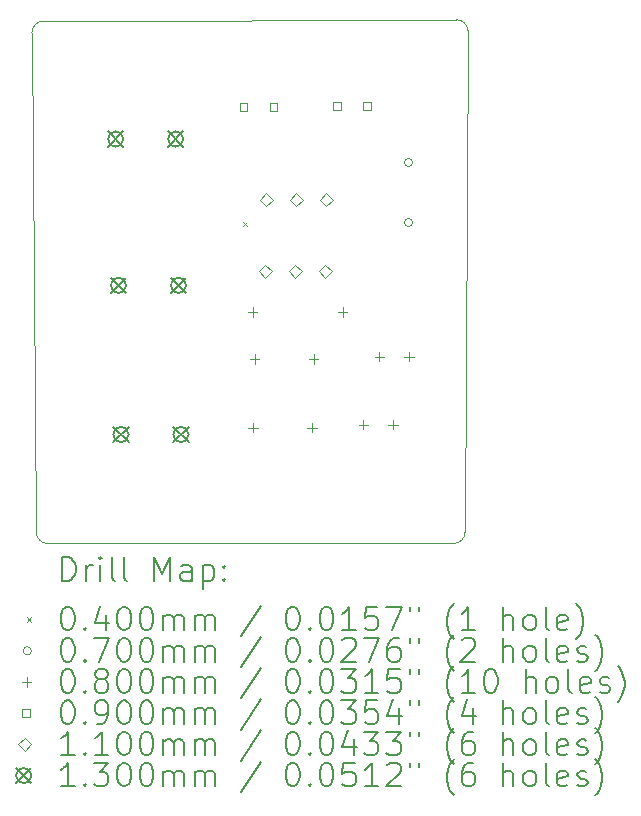
<source format=gbr>
%TF.GenerationSoftware,KiCad,Pcbnew,7.0.7*%
%TF.CreationDate,2023-12-05T02:10:34+05:30*%
%TF.ProjectId,VR 5v and 9v,56522035-7620-4616-9e64-2039762e6b69,rev?*%
%TF.SameCoordinates,Original*%
%TF.FileFunction,Drillmap*%
%TF.FilePolarity,Positive*%
%FSLAX45Y45*%
G04 Gerber Fmt 4.5, Leading zero omitted, Abs format (unit mm)*
G04 Created by KiCad (PCBNEW 7.0.7) date 2023-12-05 02:10:34*
%MOMM*%
%LPD*%
G01*
G04 APERTURE LIST*
%ADD10C,0.100000*%
%ADD11C,0.200000*%
%ADD12C,0.040000*%
%ADD13C,0.070000*%
%ADD14C,0.080000*%
%ADD15C,0.090000*%
%ADD16C,0.110000*%
%ADD17C,0.130000*%
G04 APERTURE END LIST*
D10*
X15724000Y-7306000D02*
G75*
G03*
X15627791Y-7215800I-96210J-6210D01*
G01*
X15701253Y-11554791D02*
X15724000Y-7306000D01*
X12167209Y-11651253D02*
X15604791Y-11651253D01*
X12070747Y-11554791D02*
G75*
G03*
X12167209Y-11651253I96463J1D01*
G01*
X15604791Y-11651253D02*
G75*
G03*
X15701253Y-11554791I-1J96463D01*
G01*
X15627000Y-7216000D02*
X12131000Y-7229000D01*
X12034538Y-7325462D02*
X12070747Y-11554791D01*
X12131000Y-7228998D02*
G75*
G03*
X12034538Y-7325462I0J-96462D01*
G01*
D11*
D12*
X13819000Y-8926000D02*
X13859000Y-8966000D01*
X13859000Y-8926000D02*
X13819000Y-8966000D01*
D13*
X15258000Y-8426000D02*
G75*
G03*
X15258000Y-8426000I-35000J0D01*
G01*
X15258000Y-8934000D02*
G75*
G03*
X15258000Y-8934000I-35000J0D01*
G01*
D14*
X13903000Y-9652000D02*
X13903000Y-9732000D01*
X13863000Y-9692000D02*
X13943000Y-9692000D01*
X13906000Y-10631000D02*
X13906000Y-10711000D01*
X13866000Y-10671000D02*
X13946000Y-10671000D01*
X13919000Y-10050000D02*
X13919000Y-10130000D01*
X13879000Y-10090000D02*
X13959000Y-10090000D01*
X14406000Y-10631000D02*
X14406000Y-10711000D01*
X14366000Y-10671000D02*
X14446000Y-10671000D01*
X14419000Y-10050000D02*
X14419000Y-10130000D01*
X14379000Y-10090000D02*
X14459000Y-10090000D01*
X14665000Y-9652000D02*
X14665000Y-9732000D01*
X14625000Y-9692000D02*
X14705000Y-9692000D01*
X14841000Y-10604000D02*
X14841000Y-10684000D01*
X14801000Y-10644000D02*
X14881000Y-10644000D01*
X14976000Y-10030000D02*
X14976000Y-10110000D01*
X14936000Y-10070000D02*
X15016000Y-10070000D01*
X15091000Y-10604000D02*
X15091000Y-10684000D01*
X15051000Y-10644000D02*
X15131000Y-10644000D01*
X15226000Y-10030000D02*
X15226000Y-10110000D01*
X15186000Y-10070000D02*
X15266000Y-10070000D01*
D15*
X13856820Y-7988820D02*
X13856820Y-7925180D01*
X13793180Y-7925180D01*
X13793180Y-7988820D01*
X13856820Y-7988820D01*
X14110820Y-7988820D02*
X14110820Y-7925180D01*
X14047180Y-7925180D01*
X14047180Y-7988820D01*
X14110820Y-7988820D01*
X14648020Y-7981020D02*
X14648020Y-7917380D01*
X14584380Y-7917380D01*
X14584380Y-7981020D01*
X14648020Y-7981020D01*
X14902020Y-7981020D02*
X14902020Y-7917380D01*
X14838380Y-7917380D01*
X14838380Y-7981020D01*
X14902020Y-7981020D01*
D16*
X14010000Y-9402500D02*
X14065000Y-9347500D01*
X14010000Y-9292500D01*
X13955000Y-9347500D01*
X14010000Y-9402500D01*
X14019000Y-8795000D02*
X14074000Y-8740000D01*
X14019000Y-8685000D01*
X13964000Y-8740000D01*
X14019000Y-8795000D01*
X14264000Y-9402500D02*
X14319000Y-9347500D01*
X14264000Y-9292500D01*
X14209000Y-9347500D01*
X14264000Y-9402500D01*
X14273000Y-8795000D02*
X14328000Y-8740000D01*
X14273000Y-8685000D01*
X14218000Y-8740000D01*
X14273000Y-8795000D01*
X14518000Y-9402500D02*
X14573000Y-9347500D01*
X14518000Y-9292500D01*
X14463000Y-9347500D01*
X14518000Y-9402500D01*
X14527000Y-8795000D02*
X14582000Y-8740000D01*
X14527000Y-8685000D01*
X14472000Y-8740000D01*
X14527000Y-8795000D01*
D17*
X12678000Y-8162000D02*
X12808000Y-8292000D01*
X12808000Y-8162000D02*
X12678000Y-8292000D01*
X12808000Y-8227000D02*
G75*
G03*
X12808000Y-8227000I-65000J0D01*
G01*
X12701500Y-9400500D02*
X12831500Y-9530500D01*
X12831500Y-9400500D02*
X12701500Y-9530500D01*
X12831500Y-9465500D02*
G75*
G03*
X12831500Y-9465500I-65000J0D01*
G01*
X12722500Y-10663500D02*
X12852500Y-10793500D01*
X12852500Y-10663500D02*
X12722500Y-10793500D01*
X12852500Y-10728500D02*
G75*
G03*
X12852500Y-10728500I-65000J0D01*
G01*
X13186000Y-8162000D02*
X13316000Y-8292000D01*
X13316000Y-8162000D02*
X13186000Y-8292000D01*
X13316000Y-8227000D02*
G75*
G03*
X13316000Y-8227000I-65000J0D01*
G01*
X13209500Y-9400500D02*
X13339500Y-9530500D01*
X13339500Y-9400500D02*
X13209500Y-9530500D01*
X13339500Y-9465500D02*
G75*
G03*
X13339500Y-9465500I-65000J0D01*
G01*
X13230500Y-10663500D02*
X13360500Y-10793500D01*
X13360500Y-10663500D02*
X13230500Y-10793500D01*
X13360500Y-10728500D02*
G75*
G03*
X13360500Y-10728500I-65000J0D01*
G01*
D11*
X12290314Y-11967737D02*
X12290314Y-11767737D01*
X12290314Y-11767737D02*
X12337933Y-11767737D01*
X12337933Y-11767737D02*
X12366505Y-11777261D01*
X12366505Y-11777261D02*
X12385552Y-11796308D01*
X12385552Y-11796308D02*
X12395076Y-11815356D01*
X12395076Y-11815356D02*
X12404600Y-11853451D01*
X12404600Y-11853451D02*
X12404600Y-11882023D01*
X12404600Y-11882023D02*
X12395076Y-11920118D01*
X12395076Y-11920118D02*
X12385552Y-11939165D01*
X12385552Y-11939165D02*
X12366505Y-11958213D01*
X12366505Y-11958213D02*
X12337933Y-11967737D01*
X12337933Y-11967737D02*
X12290314Y-11967737D01*
X12490314Y-11967737D02*
X12490314Y-11834404D01*
X12490314Y-11872499D02*
X12499838Y-11853451D01*
X12499838Y-11853451D02*
X12509362Y-11843927D01*
X12509362Y-11843927D02*
X12528410Y-11834404D01*
X12528410Y-11834404D02*
X12547457Y-11834404D01*
X12614124Y-11967737D02*
X12614124Y-11834404D01*
X12614124Y-11767737D02*
X12604600Y-11777261D01*
X12604600Y-11777261D02*
X12614124Y-11786785D01*
X12614124Y-11786785D02*
X12623648Y-11777261D01*
X12623648Y-11777261D02*
X12614124Y-11767737D01*
X12614124Y-11767737D02*
X12614124Y-11786785D01*
X12737933Y-11967737D02*
X12718886Y-11958213D01*
X12718886Y-11958213D02*
X12709362Y-11939165D01*
X12709362Y-11939165D02*
X12709362Y-11767737D01*
X12842695Y-11967737D02*
X12823648Y-11958213D01*
X12823648Y-11958213D02*
X12814124Y-11939165D01*
X12814124Y-11939165D02*
X12814124Y-11767737D01*
X13071267Y-11967737D02*
X13071267Y-11767737D01*
X13071267Y-11767737D02*
X13137933Y-11910594D01*
X13137933Y-11910594D02*
X13204600Y-11767737D01*
X13204600Y-11767737D02*
X13204600Y-11967737D01*
X13385552Y-11967737D02*
X13385552Y-11862975D01*
X13385552Y-11862975D02*
X13376029Y-11843927D01*
X13376029Y-11843927D02*
X13356981Y-11834404D01*
X13356981Y-11834404D02*
X13318886Y-11834404D01*
X13318886Y-11834404D02*
X13299838Y-11843927D01*
X13385552Y-11958213D02*
X13366505Y-11967737D01*
X13366505Y-11967737D02*
X13318886Y-11967737D01*
X13318886Y-11967737D02*
X13299838Y-11958213D01*
X13299838Y-11958213D02*
X13290314Y-11939165D01*
X13290314Y-11939165D02*
X13290314Y-11920118D01*
X13290314Y-11920118D02*
X13299838Y-11901070D01*
X13299838Y-11901070D02*
X13318886Y-11891546D01*
X13318886Y-11891546D02*
X13366505Y-11891546D01*
X13366505Y-11891546D02*
X13385552Y-11882023D01*
X13480791Y-11834404D02*
X13480791Y-12034404D01*
X13480791Y-11843927D02*
X13499838Y-11834404D01*
X13499838Y-11834404D02*
X13537933Y-11834404D01*
X13537933Y-11834404D02*
X13556981Y-11843927D01*
X13556981Y-11843927D02*
X13566505Y-11853451D01*
X13566505Y-11853451D02*
X13576029Y-11872499D01*
X13576029Y-11872499D02*
X13576029Y-11929642D01*
X13576029Y-11929642D02*
X13566505Y-11948689D01*
X13566505Y-11948689D02*
X13556981Y-11958213D01*
X13556981Y-11958213D02*
X13537933Y-11967737D01*
X13537933Y-11967737D02*
X13499838Y-11967737D01*
X13499838Y-11967737D02*
X13480791Y-11958213D01*
X13661743Y-11948689D02*
X13671267Y-11958213D01*
X13671267Y-11958213D02*
X13661743Y-11967737D01*
X13661743Y-11967737D02*
X13652219Y-11958213D01*
X13652219Y-11958213D02*
X13661743Y-11948689D01*
X13661743Y-11948689D02*
X13661743Y-11967737D01*
X13661743Y-11843927D02*
X13671267Y-11853451D01*
X13671267Y-11853451D02*
X13661743Y-11862975D01*
X13661743Y-11862975D02*
X13652219Y-11853451D01*
X13652219Y-11853451D02*
X13661743Y-11843927D01*
X13661743Y-11843927D02*
X13661743Y-11862975D01*
D12*
X11989538Y-12276253D02*
X12029538Y-12316253D01*
X12029538Y-12276253D02*
X11989538Y-12316253D01*
D11*
X12328410Y-12187737D02*
X12347457Y-12187737D01*
X12347457Y-12187737D02*
X12366505Y-12197261D01*
X12366505Y-12197261D02*
X12376029Y-12206785D01*
X12376029Y-12206785D02*
X12385552Y-12225832D01*
X12385552Y-12225832D02*
X12395076Y-12263927D01*
X12395076Y-12263927D02*
X12395076Y-12311546D01*
X12395076Y-12311546D02*
X12385552Y-12349642D01*
X12385552Y-12349642D02*
X12376029Y-12368689D01*
X12376029Y-12368689D02*
X12366505Y-12378213D01*
X12366505Y-12378213D02*
X12347457Y-12387737D01*
X12347457Y-12387737D02*
X12328410Y-12387737D01*
X12328410Y-12387737D02*
X12309362Y-12378213D01*
X12309362Y-12378213D02*
X12299838Y-12368689D01*
X12299838Y-12368689D02*
X12290314Y-12349642D01*
X12290314Y-12349642D02*
X12280791Y-12311546D01*
X12280791Y-12311546D02*
X12280791Y-12263927D01*
X12280791Y-12263927D02*
X12290314Y-12225832D01*
X12290314Y-12225832D02*
X12299838Y-12206785D01*
X12299838Y-12206785D02*
X12309362Y-12197261D01*
X12309362Y-12197261D02*
X12328410Y-12187737D01*
X12480791Y-12368689D02*
X12490314Y-12378213D01*
X12490314Y-12378213D02*
X12480791Y-12387737D01*
X12480791Y-12387737D02*
X12471267Y-12378213D01*
X12471267Y-12378213D02*
X12480791Y-12368689D01*
X12480791Y-12368689D02*
X12480791Y-12387737D01*
X12661743Y-12254404D02*
X12661743Y-12387737D01*
X12614124Y-12178213D02*
X12566505Y-12321070D01*
X12566505Y-12321070D02*
X12690314Y-12321070D01*
X12804600Y-12187737D02*
X12823648Y-12187737D01*
X12823648Y-12187737D02*
X12842695Y-12197261D01*
X12842695Y-12197261D02*
X12852219Y-12206785D01*
X12852219Y-12206785D02*
X12861743Y-12225832D01*
X12861743Y-12225832D02*
X12871267Y-12263927D01*
X12871267Y-12263927D02*
X12871267Y-12311546D01*
X12871267Y-12311546D02*
X12861743Y-12349642D01*
X12861743Y-12349642D02*
X12852219Y-12368689D01*
X12852219Y-12368689D02*
X12842695Y-12378213D01*
X12842695Y-12378213D02*
X12823648Y-12387737D01*
X12823648Y-12387737D02*
X12804600Y-12387737D01*
X12804600Y-12387737D02*
X12785552Y-12378213D01*
X12785552Y-12378213D02*
X12776029Y-12368689D01*
X12776029Y-12368689D02*
X12766505Y-12349642D01*
X12766505Y-12349642D02*
X12756981Y-12311546D01*
X12756981Y-12311546D02*
X12756981Y-12263927D01*
X12756981Y-12263927D02*
X12766505Y-12225832D01*
X12766505Y-12225832D02*
X12776029Y-12206785D01*
X12776029Y-12206785D02*
X12785552Y-12197261D01*
X12785552Y-12197261D02*
X12804600Y-12187737D01*
X12995076Y-12187737D02*
X13014124Y-12187737D01*
X13014124Y-12187737D02*
X13033172Y-12197261D01*
X13033172Y-12197261D02*
X13042695Y-12206785D01*
X13042695Y-12206785D02*
X13052219Y-12225832D01*
X13052219Y-12225832D02*
X13061743Y-12263927D01*
X13061743Y-12263927D02*
X13061743Y-12311546D01*
X13061743Y-12311546D02*
X13052219Y-12349642D01*
X13052219Y-12349642D02*
X13042695Y-12368689D01*
X13042695Y-12368689D02*
X13033172Y-12378213D01*
X13033172Y-12378213D02*
X13014124Y-12387737D01*
X13014124Y-12387737D02*
X12995076Y-12387737D01*
X12995076Y-12387737D02*
X12976029Y-12378213D01*
X12976029Y-12378213D02*
X12966505Y-12368689D01*
X12966505Y-12368689D02*
X12956981Y-12349642D01*
X12956981Y-12349642D02*
X12947457Y-12311546D01*
X12947457Y-12311546D02*
X12947457Y-12263927D01*
X12947457Y-12263927D02*
X12956981Y-12225832D01*
X12956981Y-12225832D02*
X12966505Y-12206785D01*
X12966505Y-12206785D02*
X12976029Y-12197261D01*
X12976029Y-12197261D02*
X12995076Y-12187737D01*
X13147457Y-12387737D02*
X13147457Y-12254404D01*
X13147457Y-12273451D02*
X13156981Y-12263927D01*
X13156981Y-12263927D02*
X13176029Y-12254404D01*
X13176029Y-12254404D02*
X13204600Y-12254404D01*
X13204600Y-12254404D02*
X13223648Y-12263927D01*
X13223648Y-12263927D02*
X13233172Y-12282975D01*
X13233172Y-12282975D02*
X13233172Y-12387737D01*
X13233172Y-12282975D02*
X13242695Y-12263927D01*
X13242695Y-12263927D02*
X13261743Y-12254404D01*
X13261743Y-12254404D02*
X13290314Y-12254404D01*
X13290314Y-12254404D02*
X13309362Y-12263927D01*
X13309362Y-12263927D02*
X13318886Y-12282975D01*
X13318886Y-12282975D02*
X13318886Y-12387737D01*
X13414124Y-12387737D02*
X13414124Y-12254404D01*
X13414124Y-12273451D02*
X13423648Y-12263927D01*
X13423648Y-12263927D02*
X13442695Y-12254404D01*
X13442695Y-12254404D02*
X13471267Y-12254404D01*
X13471267Y-12254404D02*
X13490314Y-12263927D01*
X13490314Y-12263927D02*
X13499838Y-12282975D01*
X13499838Y-12282975D02*
X13499838Y-12387737D01*
X13499838Y-12282975D02*
X13509362Y-12263927D01*
X13509362Y-12263927D02*
X13528410Y-12254404D01*
X13528410Y-12254404D02*
X13556981Y-12254404D01*
X13556981Y-12254404D02*
X13576029Y-12263927D01*
X13576029Y-12263927D02*
X13585553Y-12282975D01*
X13585553Y-12282975D02*
X13585553Y-12387737D01*
X13976029Y-12178213D02*
X13804600Y-12435356D01*
X14233172Y-12187737D02*
X14252219Y-12187737D01*
X14252219Y-12187737D02*
X14271267Y-12197261D01*
X14271267Y-12197261D02*
X14280791Y-12206785D01*
X14280791Y-12206785D02*
X14290315Y-12225832D01*
X14290315Y-12225832D02*
X14299838Y-12263927D01*
X14299838Y-12263927D02*
X14299838Y-12311546D01*
X14299838Y-12311546D02*
X14290315Y-12349642D01*
X14290315Y-12349642D02*
X14280791Y-12368689D01*
X14280791Y-12368689D02*
X14271267Y-12378213D01*
X14271267Y-12378213D02*
X14252219Y-12387737D01*
X14252219Y-12387737D02*
X14233172Y-12387737D01*
X14233172Y-12387737D02*
X14214124Y-12378213D01*
X14214124Y-12378213D02*
X14204600Y-12368689D01*
X14204600Y-12368689D02*
X14195076Y-12349642D01*
X14195076Y-12349642D02*
X14185553Y-12311546D01*
X14185553Y-12311546D02*
X14185553Y-12263927D01*
X14185553Y-12263927D02*
X14195076Y-12225832D01*
X14195076Y-12225832D02*
X14204600Y-12206785D01*
X14204600Y-12206785D02*
X14214124Y-12197261D01*
X14214124Y-12197261D02*
X14233172Y-12187737D01*
X14385553Y-12368689D02*
X14395076Y-12378213D01*
X14395076Y-12378213D02*
X14385553Y-12387737D01*
X14385553Y-12387737D02*
X14376029Y-12378213D01*
X14376029Y-12378213D02*
X14385553Y-12368689D01*
X14385553Y-12368689D02*
X14385553Y-12387737D01*
X14518886Y-12187737D02*
X14537934Y-12187737D01*
X14537934Y-12187737D02*
X14556981Y-12197261D01*
X14556981Y-12197261D02*
X14566505Y-12206785D01*
X14566505Y-12206785D02*
X14576029Y-12225832D01*
X14576029Y-12225832D02*
X14585553Y-12263927D01*
X14585553Y-12263927D02*
X14585553Y-12311546D01*
X14585553Y-12311546D02*
X14576029Y-12349642D01*
X14576029Y-12349642D02*
X14566505Y-12368689D01*
X14566505Y-12368689D02*
X14556981Y-12378213D01*
X14556981Y-12378213D02*
X14537934Y-12387737D01*
X14537934Y-12387737D02*
X14518886Y-12387737D01*
X14518886Y-12387737D02*
X14499838Y-12378213D01*
X14499838Y-12378213D02*
X14490315Y-12368689D01*
X14490315Y-12368689D02*
X14480791Y-12349642D01*
X14480791Y-12349642D02*
X14471267Y-12311546D01*
X14471267Y-12311546D02*
X14471267Y-12263927D01*
X14471267Y-12263927D02*
X14480791Y-12225832D01*
X14480791Y-12225832D02*
X14490315Y-12206785D01*
X14490315Y-12206785D02*
X14499838Y-12197261D01*
X14499838Y-12197261D02*
X14518886Y-12187737D01*
X14776029Y-12387737D02*
X14661743Y-12387737D01*
X14718886Y-12387737D02*
X14718886Y-12187737D01*
X14718886Y-12187737D02*
X14699838Y-12216308D01*
X14699838Y-12216308D02*
X14680791Y-12235356D01*
X14680791Y-12235356D02*
X14661743Y-12244880D01*
X14956981Y-12187737D02*
X14861743Y-12187737D01*
X14861743Y-12187737D02*
X14852219Y-12282975D01*
X14852219Y-12282975D02*
X14861743Y-12273451D01*
X14861743Y-12273451D02*
X14880791Y-12263927D01*
X14880791Y-12263927D02*
X14928410Y-12263927D01*
X14928410Y-12263927D02*
X14947457Y-12273451D01*
X14947457Y-12273451D02*
X14956981Y-12282975D01*
X14956981Y-12282975D02*
X14966505Y-12302023D01*
X14966505Y-12302023D02*
X14966505Y-12349642D01*
X14966505Y-12349642D02*
X14956981Y-12368689D01*
X14956981Y-12368689D02*
X14947457Y-12378213D01*
X14947457Y-12378213D02*
X14928410Y-12387737D01*
X14928410Y-12387737D02*
X14880791Y-12387737D01*
X14880791Y-12387737D02*
X14861743Y-12378213D01*
X14861743Y-12378213D02*
X14852219Y-12368689D01*
X15033172Y-12187737D02*
X15166505Y-12187737D01*
X15166505Y-12187737D02*
X15080791Y-12387737D01*
X15233172Y-12187737D02*
X15233172Y-12225832D01*
X15309362Y-12187737D02*
X15309362Y-12225832D01*
X15604600Y-12463927D02*
X15595077Y-12454404D01*
X15595077Y-12454404D02*
X15576029Y-12425832D01*
X15576029Y-12425832D02*
X15566505Y-12406785D01*
X15566505Y-12406785D02*
X15556981Y-12378213D01*
X15556981Y-12378213D02*
X15547458Y-12330594D01*
X15547458Y-12330594D02*
X15547458Y-12292499D01*
X15547458Y-12292499D02*
X15556981Y-12244880D01*
X15556981Y-12244880D02*
X15566505Y-12216308D01*
X15566505Y-12216308D02*
X15576029Y-12197261D01*
X15576029Y-12197261D02*
X15595077Y-12168689D01*
X15595077Y-12168689D02*
X15604600Y-12159165D01*
X15785553Y-12387737D02*
X15671267Y-12387737D01*
X15728410Y-12387737D02*
X15728410Y-12187737D01*
X15728410Y-12187737D02*
X15709362Y-12216308D01*
X15709362Y-12216308D02*
X15690315Y-12235356D01*
X15690315Y-12235356D02*
X15671267Y-12244880D01*
X16023648Y-12387737D02*
X16023648Y-12187737D01*
X16109362Y-12387737D02*
X16109362Y-12282975D01*
X16109362Y-12282975D02*
X16099839Y-12263927D01*
X16099839Y-12263927D02*
X16080791Y-12254404D01*
X16080791Y-12254404D02*
X16052219Y-12254404D01*
X16052219Y-12254404D02*
X16033172Y-12263927D01*
X16033172Y-12263927D02*
X16023648Y-12273451D01*
X16233172Y-12387737D02*
X16214124Y-12378213D01*
X16214124Y-12378213D02*
X16204600Y-12368689D01*
X16204600Y-12368689D02*
X16195077Y-12349642D01*
X16195077Y-12349642D02*
X16195077Y-12292499D01*
X16195077Y-12292499D02*
X16204600Y-12273451D01*
X16204600Y-12273451D02*
X16214124Y-12263927D01*
X16214124Y-12263927D02*
X16233172Y-12254404D01*
X16233172Y-12254404D02*
X16261743Y-12254404D01*
X16261743Y-12254404D02*
X16280791Y-12263927D01*
X16280791Y-12263927D02*
X16290315Y-12273451D01*
X16290315Y-12273451D02*
X16299839Y-12292499D01*
X16299839Y-12292499D02*
X16299839Y-12349642D01*
X16299839Y-12349642D02*
X16290315Y-12368689D01*
X16290315Y-12368689D02*
X16280791Y-12378213D01*
X16280791Y-12378213D02*
X16261743Y-12387737D01*
X16261743Y-12387737D02*
X16233172Y-12387737D01*
X16414124Y-12387737D02*
X16395077Y-12378213D01*
X16395077Y-12378213D02*
X16385553Y-12359165D01*
X16385553Y-12359165D02*
X16385553Y-12187737D01*
X16566505Y-12378213D02*
X16547458Y-12387737D01*
X16547458Y-12387737D02*
X16509362Y-12387737D01*
X16509362Y-12387737D02*
X16490315Y-12378213D01*
X16490315Y-12378213D02*
X16480791Y-12359165D01*
X16480791Y-12359165D02*
X16480791Y-12282975D01*
X16480791Y-12282975D02*
X16490315Y-12263927D01*
X16490315Y-12263927D02*
X16509362Y-12254404D01*
X16509362Y-12254404D02*
X16547458Y-12254404D01*
X16547458Y-12254404D02*
X16566505Y-12263927D01*
X16566505Y-12263927D02*
X16576029Y-12282975D01*
X16576029Y-12282975D02*
X16576029Y-12302023D01*
X16576029Y-12302023D02*
X16480791Y-12321070D01*
X16642696Y-12463927D02*
X16652220Y-12454404D01*
X16652220Y-12454404D02*
X16671267Y-12425832D01*
X16671267Y-12425832D02*
X16680791Y-12406785D01*
X16680791Y-12406785D02*
X16690315Y-12378213D01*
X16690315Y-12378213D02*
X16699839Y-12330594D01*
X16699839Y-12330594D02*
X16699839Y-12292499D01*
X16699839Y-12292499D02*
X16690315Y-12244880D01*
X16690315Y-12244880D02*
X16680791Y-12216308D01*
X16680791Y-12216308D02*
X16671267Y-12197261D01*
X16671267Y-12197261D02*
X16652220Y-12168689D01*
X16652220Y-12168689D02*
X16642696Y-12159165D01*
D13*
X12029538Y-12560253D02*
G75*
G03*
X12029538Y-12560253I-35000J0D01*
G01*
D11*
X12328410Y-12451737D02*
X12347457Y-12451737D01*
X12347457Y-12451737D02*
X12366505Y-12461261D01*
X12366505Y-12461261D02*
X12376029Y-12470785D01*
X12376029Y-12470785D02*
X12385552Y-12489832D01*
X12385552Y-12489832D02*
X12395076Y-12527927D01*
X12395076Y-12527927D02*
X12395076Y-12575546D01*
X12395076Y-12575546D02*
X12385552Y-12613642D01*
X12385552Y-12613642D02*
X12376029Y-12632689D01*
X12376029Y-12632689D02*
X12366505Y-12642213D01*
X12366505Y-12642213D02*
X12347457Y-12651737D01*
X12347457Y-12651737D02*
X12328410Y-12651737D01*
X12328410Y-12651737D02*
X12309362Y-12642213D01*
X12309362Y-12642213D02*
X12299838Y-12632689D01*
X12299838Y-12632689D02*
X12290314Y-12613642D01*
X12290314Y-12613642D02*
X12280791Y-12575546D01*
X12280791Y-12575546D02*
X12280791Y-12527927D01*
X12280791Y-12527927D02*
X12290314Y-12489832D01*
X12290314Y-12489832D02*
X12299838Y-12470785D01*
X12299838Y-12470785D02*
X12309362Y-12461261D01*
X12309362Y-12461261D02*
X12328410Y-12451737D01*
X12480791Y-12632689D02*
X12490314Y-12642213D01*
X12490314Y-12642213D02*
X12480791Y-12651737D01*
X12480791Y-12651737D02*
X12471267Y-12642213D01*
X12471267Y-12642213D02*
X12480791Y-12632689D01*
X12480791Y-12632689D02*
X12480791Y-12651737D01*
X12556981Y-12451737D02*
X12690314Y-12451737D01*
X12690314Y-12451737D02*
X12604600Y-12651737D01*
X12804600Y-12451737D02*
X12823648Y-12451737D01*
X12823648Y-12451737D02*
X12842695Y-12461261D01*
X12842695Y-12461261D02*
X12852219Y-12470785D01*
X12852219Y-12470785D02*
X12861743Y-12489832D01*
X12861743Y-12489832D02*
X12871267Y-12527927D01*
X12871267Y-12527927D02*
X12871267Y-12575546D01*
X12871267Y-12575546D02*
X12861743Y-12613642D01*
X12861743Y-12613642D02*
X12852219Y-12632689D01*
X12852219Y-12632689D02*
X12842695Y-12642213D01*
X12842695Y-12642213D02*
X12823648Y-12651737D01*
X12823648Y-12651737D02*
X12804600Y-12651737D01*
X12804600Y-12651737D02*
X12785552Y-12642213D01*
X12785552Y-12642213D02*
X12776029Y-12632689D01*
X12776029Y-12632689D02*
X12766505Y-12613642D01*
X12766505Y-12613642D02*
X12756981Y-12575546D01*
X12756981Y-12575546D02*
X12756981Y-12527927D01*
X12756981Y-12527927D02*
X12766505Y-12489832D01*
X12766505Y-12489832D02*
X12776029Y-12470785D01*
X12776029Y-12470785D02*
X12785552Y-12461261D01*
X12785552Y-12461261D02*
X12804600Y-12451737D01*
X12995076Y-12451737D02*
X13014124Y-12451737D01*
X13014124Y-12451737D02*
X13033172Y-12461261D01*
X13033172Y-12461261D02*
X13042695Y-12470785D01*
X13042695Y-12470785D02*
X13052219Y-12489832D01*
X13052219Y-12489832D02*
X13061743Y-12527927D01*
X13061743Y-12527927D02*
X13061743Y-12575546D01*
X13061743Y-12575546D02*
X13052219Y-12613642D01*
X13052219Y-12613642D02*
X13042695Y-12632689D01*
X13042695Y-12632689D02*
X13033172Y-12642213D01*
X13033172Y-12642213D02*
X13014124Y-12651737D01*
X13014124Y-12651737D02*
X12995076Y-12651737D01*
X12995076Y-12651737D02*
X12976029Y-12642213D01*
X12976029Y-12642213D02*
X12966505Y-12632689D01*
X12966505Y-12632689D02*
X12956981Y-12613642D01*
X12956981Y-12613642D02*
X12947457Y-12575546D01*
X12947457Y-12575546D02*
X12947457Y-12527927D01*
X12947457Y-12527927D02*
X12956981Y-12489832D01*
X12956981Y-12489832D02*
X12966505Y-12470785D01*
X12966505Y-12470785D02*
X12976029Y-12461261D01*
X12976029Y-12461261D02*
X12995076Y-12451737D01*
X13147457Y-12651737D02*
X13147457Y-12518404D01*
X13147457Y-12537451D02*
X13156981Y-12527927D01*
X13156981Y-12527927D02*
X13176029Y-12518404D01*
X13176029Y-12518404D02*
X13204600Y-12518404D01*
X13204600Y-12518404D02*
X13223648Y-12527927D01*
X13223648Y-12527927D02*
X13233172Y-12546975D01*
X13233172Y-12546975D02*
X13233172Y-12651737D01*
X13233172Y-12546975D02*
X13242695Y-12527927D01*
X13242695Y-12527927D02*
X13261743Y-12518404D01*
X13261743Y-12518404D02*
X13290314Y-12518404D01*
X13290314Y-12518404D02*
X13309362Y-12527927D01*
X13309362Y-12527927D02*
X13318886Y-12546975D01*
X13318886Y-12546975D02*
X13318886Y-12651737D01*
X13414124Y-12651737D02*
X13414124Y-12518404D01*
X13414124Y-12537451D02*
X13423648Y-12527927D01*
X13423648Y-12527927D02*
X13442695Y-12518404D01*
X13442695Y-12518404D02*
X13471267Y-12518404D01*
X13471267Y-12518404D02*
X13490314Y-12527927D01*
X13490314Y-12527927D02*
X13499838Y-12546975D01*
X13499838Y-12546975D02*
X13499838Y-12651737D01*
X13499838Y-12546975D02*
X13509362Y-12527927D01*
X13509362Y-12527927D02*
X13528410Y-12518404D01*
X13528410Y-12518404D02*
X13556981Y-12518404D01*
X13556981Y-12518404D02*
X13576029Y-12527927D01*
X13576029Y-12527927D02*
X13585553Y-12546975D01*
X13585553Y-12546975D02*
X13585553Y-12651737D01*
X13976029Y-12442213D02*
X13804600Y-12699356D01*
X14233172Y-12451737D02*
X14252219Y-12451737D01*
X14252219Y-12451737D02*
X14271267Y-12461261D01*
X14271267Y-12461261D02*
X14280791Y-12470785D01*
X14280791Y-12470785D02*
X14290315Y-12489832D01*
X14290315Y-12489832D02*
X14299838Y-12527927D01*
X14299838Y-12527927D02*
X14299838Y-12575546D01*
X14299838Y-12575546D02*
X14290315Y-12613642D01*
X14290315Y-12613642D02*
X14280791Y-12632689D01*
X14280791Y-12632689D02*
X14271267Y-12642213D01*
X14271267Y-12642213D02*
X14252219Y-12651737D01*
X14252219Y-12651737D02*
X14233172Y-12651737D01*
X14233172Y-12651737D02*
X14214124Y-12642213D01*
X14214124Y-12642213D02*
X14204600Y-12632689D01*
X14204600Y-12632689D02*
X14195076Y-12613642D01*
X14195076Y-12613642D02*
X14185553Y-12575546D01*
X14185553Y-12575546D02*
X14185553Y-12527927D01*
X14185553Y-12527927D02*
X14195076Y-12489832D01*
X14195076Y-12489832D02*
X14204600Y-12470785D01*
X14204600Y-12470785D02*
X14214124Y-12461261D01*
X14214124Y-12461261D02*
X14233172Y-12451737D01*
X14385553Y-12632689D02*
X14395076Y-12642213D01*
X14395076Y-12642213D02*
X14385553Y-12651737D01*
X14385553Y-12651737D02*
X14376029Y-12642213D01*
X14376029Y-12642213D02*
X14385553Y-12632689D01*
X14385553Y-12632689D02*
X14385553Y-12651737D01*
X14518886Y-12451737D02*
X14537934Y-12451737D01*
X14537934Y-12451737D02*
X14556981Y-12461261D01*
X14556981Y-12461261D02*
X14566505Y-12470785D01*
X14566505Y-12470785D02*
X14576029Y-12489832D01*
X14576029Y-12489832D02*
X14585553Y-12527927D01*
X14585553Y-12527927D02*
X14585553Y-12575546D01*
X14585553Y-12575546D02*
X14576029Y-12613642D01*
X14576029Y-12613642D02*
X14566505Y-12632689D01*
X14566505Y-12632689D02*
X14556981Y-12642213D01*
X14556981Y-12642213D02*
X14537934Y-12651737D01*
X14537934Y-12651737D02*
X14518886Y-12651737D01*
X14518886Y-12651737D02*
X14499838Y-12642213D01*
X14499838Y-12642213D02*
X14490315Y-12632689D01*
X14490315Y-12632689D02*
X14480791Y-12613642D01*
X14480791Y-12613642D02*
X14471267Y-12575546D01*
X14471267Y-12575546D02*
X14471267Y-12527927D01*
X14471267Y-12527927D02*
X14480791Y-12489832D01*
X14480791Y-12489832D02*
X14490315Y-12470785D01*
X14490315Y-12470785D02*
X14499838Y-12461261D01*
X14499838Y-12461261D02*
X14518886Y-12451737D01*
X14661743Y-12470785D02*
X14671267Y-12461261D01*
X14671267Y-12461261D02*
X14690315Y-12451737D01*
X14690315Y-12451737D02*
X14737934Y-12451737D01*
X14737934Y-12451737D02*
X14756981Y-12461261D01*
X14756981Y-12461261D02*
X14766505Y-12470785D01*
X14766505Y-12470785D02*
X14776029Y-12489832D01*
X14776029Y-12489832D02*
X14776029Y-12508880D01*
X14776029Y-12508880D02*
X14766505Y-12537451D01*
X14766505Y-12537451D02*
X14652219Y-12651737D01*
X14652219Y-12651737D02*
X14776029Y-12651737D01*
X14842696Y-12451737D02*
X14976029Y-12451737D01*
X14976029Y-12451737D02*
X14890315Y-12651737D01*
X15137934Y-12451737D02*
X15099838Y-12451737D01*
X15099838Y-12451737D02*
X15080791Y-12461261D01*
X15080791Y-12461261D02*
X15071267Y-12470785D01*
X15071267Y-12470785D02*
X15052219Y-12499356D01*
X15052219Y-12499356D02*
X15042696Y-12537451D01*
X15042696Y-12537451D02*
X15042696Y-12613642D01*
X15042696Y-12613642D02*
X15052219Y-12632689D01*
X15052219Y-12632689D02*
X15061743Y-12642213D01*
X15061743Y-12642213D02*
X15080791Y-12651737D01*
X15080791Y-12651737D02*
X15118886Y-12651737D01*
X15118886Y-12651737D02*
X15137934Y-12642213D01*
X15137934Y-12642213D02*
X15147457Y-12632689D01*
X15147457Y-12632689D02*
X15156981Y-12613642D01*
X15156981Y-12613642D02*
X15156981Y-12566023D01*
X15156981Y-12566023D02*
X15147457Y-12546975D01*
X15147457Y-12546975D02*
X15137934Y-12537451D01*
X15137934Y-12537451D02*
X15118886Y-12527927D01*
X15118886Y-12527927D02*
X15080791Y-12527927D01*
X15080791Y-12527927D02*
X15061743Y-12537451D01*
X15061743Y-12537451D02*
X15052219Y-12546975D01*
X15052219Y-12546975D02*
X15042696Y-12566023D01*
X15233172Y-12451737D02*
X15233172Y-12489832D01*
X15309362Y-12451737D02*
X15309362Y-12489832D01*
X15604600Y-12727927D02*
X15595077Y-12718404D01*
X15595077Y-12718404D02*
X15576029Y-12689832D01*
X15576029Y-12689832D02*
X15566505Y-12670785D01*
X15566505Y-12670785D02*
X15556981Y-12642213D01*
X15556981Y-12642213D02*
X15547458Y-12594594D01*
X15547458Y-12594594D02*
X15547458Y-12556499D01*
X15547458Y-12556499D02*
X15556981Y-12508880D01*
X15556981Y-12508880D02*
X15566505Y-12480308D01*
X15566505Y-12480308D02*
X15576029Y-12461261D01*
X15576029Y-12461261D02*
X15595077Y-12432689D01*
X15595077Y-12432689D02*
X15604600Y-12423165D01*
X15671267Y-12470785D02*
X15680791Y-12461261D01*
X15680791Y-12461261D02*
X15699838Y-12451737D01*
X15699838Y-12451737D02*
X15747458Y-12451737D01*
X15747458Y-12451737D02*
X15766505Y-12461261D01*
X15766505Y-12461261D02*
X15776029Y-12470785D01*
X15776029Y-12470785D02*
X15785553Y-12489832D01*
X15785553Y-12489832D02*
X15785553Y-12508880D01*
X15785553Y-12508880D02*
X15776029Y-12537451D01*
X15776029Y-12537451D02*
X15661743Y-12651737D01*
X15661743Y-12651737D02*
X15785553Y-12651737D01*
X16023648Y-12651737D02*
X16023648Y-12451737D01*
X16109362Y-12651737D02*
X16109362Y-12546975D01*
X16109362Y-12546975D02*
X16099839Y-12527927D01*
X16099839Y-12527927D02*
X16080791Y-12518404D01*
X16080791Y-12518404D02*
X16052219Y-12518404D01*
X16052219Y-12518404D02*
X16033172Y-12527927D01*
X16033172Y-12527927D02*
X16023648Y-12537451D01*
X16233172Y-12651737D02*
X16214124Y-12642213D01*
X16214124Y-12642213D02*
X16204600Y-12632689D01*
X16204600Y-12632689D02*
X16195077Y-12613642D01*
X16195077Y-12613642D02*
X16195077Y-12556499D01*
X16195077Y-12556499D02*
X16204600Y-12537451D01*
X16204600Y-12537451D02*
X16214124Y-12527927D01*
X16214124Y-12527927D02*
X16233172Y-12518404D01*
X16233172Y-12518404D02*
X16261743Y-12518404D01*
X16261743Y-12518404D02*
X16280791Y-12527927D01*
X16280791Y-12527927D02*
X16290315Y-12537451D01*
X16290315Y-12537451D02*
X16299839Y-12556499D01*
X16299839Y-12556499D02*
X16299839Y-12613642D01*
X16299839Y-12613642D02*
X16290315Y-12632689D01*
X16290315Y-12632689D02*
X16280791Y-12642213D01*
X16280791Y-12642213D02*
X16261743Y-12651737D01*
X16261743Y-12651737D02*
X16233172Y-12651737D01*
X16414124Y-12651737D02*
X16395077Y-12642213D01*
X16395077Y-12642213D02*
X16385553Y-12623165D01*
X16385553Y-12623165D02*
X16385553Y-12451737D01*
X16566505Y-12642213D02*
X16547458Y-12651737D01*
X16547458Y-12651737D02*
X16509362Y-12651737D01*
X16509362Y-12651737D02*
X16490315Y-12642213D01*
X16490315Y-12642213D02*
X16480791Y-12623165D01*
X16480791Y-12623165D02*
X16480791Y-12546975D01*
X16480791Y-12546975D02*
X16490315Y-12527927D01*
X16490315Y-12527927D02*
X16509362Y-12518404D01*
X16509362Y-12518404D02*
X16547458Y-12518404D01*
X16547458Y-12518404D02*
X16566505Y-12527927D01*
X16566505Y-12527927D02*
X16576029Y-12546975D01*
X16576029Y-12546975D02*
X16576029Y-12566023D01*
X16576029Y-12566023D02*
X16480791Y-12585070D01*
X16652220Y-12642213D02*
X16671267Y-12651737D01*
X16671267Y-12651737D02*
X16709362Y-12651737D01*
X16709362Y-12651737D02*
X16728410Y-12642213D01*
X16728410Y-12642213D02*
X16737934Y-12623165D01*
X16737934Y-12623165D02*
X16737934Y-12613642D01*
X16737934Y-12613642D02*
X16728410Y-12594594D01*
X16728410Y-12594594D02*
X16709362Y-12585070D01*
X16709362Y-12585070D02*
X16680791Y-12585070D01*
X16680791Y-12585070D02*
X16661743Y-12575546D01*
X16661743Y-12575546D02*
X16652220Y-12556499D01*
X16652220Y-12556499D02*
X16652220Y-12546975D01*
X16652220Y-12546975D02*
X16661743Y-12527927D01*
X16661743Y-12527927D02*
X16680791Y-12518404D01*
X16680791Y-12518404D02*
X16709362Y-12518404D01*
X16709362Y-12518404D02*
X16728410Y-12527927D01*
X16804601Y-12727927D02*
X16814124Y-12718404D01*
X16814124Y-12718404D02*
X16833172Y-12689832D01*
X16833172Y-12689832D02*
X16842696Y-12670785D01*
X16842696Y-12670785D02*
X16852220Y-12642213D01*
X16852220Y-12642213D02*
X16861743Y-12594594D01*
X16861743Y-12594594D02*
X16861743Y-12556499D01*
X16861743Y-12556499D02*
X16852220Y-12508880D01*
X16852220Y-12508880D02*
X16842696Y-12480308D01*
X16842696Y-12480308D02*
X16833172Y-12461261D01*
X16833172Y-12461261D02*
X16814124Y-12432689D01*
X16814124Y-12432689D02*
X16804601Y-12423165D01*
D14*
X11989538Y-12784253D02*
X11989538Y-12864253D01*
X11949538Y-12824253D02*
X12029538Y-12824253D01*
D11*
X12328410Y-12715737D02*
X12347457Y-12715737D01*
X12347457Y-12715737D02*
X12366505Y-12725261D01*
X12366505Y-12725261D02*
X12376029Y-12734785D01*
X12376029Y-12734785D02*
X12385552Y-12753832D01*
X12385552Y-12753832D02*
X12395076Y-12791927D01*
X12395076Y-12791927D02*
X12395076Y-12839546D01*
X12395076Y-12839546D02*
X12385552Y-12877642D01*
X12385552Y-12877642D02*
X12376029Y-12896689D01*
X12376029Y-12896689D02*
X12366505Y-12906213D01*
X12366505Y-12906213D02*
X12347457Y-12915737D01*
X12347457Y-12915737D02*
X12328410Y-12915737D01*
X12328410Y-12915737D02*
X12309362Y-12906213D01*
X12309362Y-12906213D02*
X12299838Y-12896689D01*
X12299838Y-12896689D02*
X12290314Y-12877642D01*
X12290314Y-12877642D02*
X12280791Y-12839546D01*
X12280791Y-12839546D02*
X12280791Y-12791927D01*
X12280791Y-12791927D02*
X12290314Y-12753832D01*
X12290314Y-12753832D02*
X12299838Y-12734785D01*
X12299838Y-12734785D02*
X12309362Y-12725261D01*
X12309362Y-12725261D02*
X12328410Y-12715737D01*
X12480791Y-12896689D02*
X12490314Y-12906213D01*
X12490314Y-12906213D02*
X12480791Y-12915737D01*
X12480791Y-12915737D02*
X12471267Y-12906213D01*
X12471267Y-12906213D02*
X12480791Y-12896689D01*
X12480791Y-12896689D02*
X12480791Y-12915737D01*
X12604600Y-12801451D02*
X12585552Y-12791927D01*
X12585552Y-12791927D02*
X12576029Y-12782404D01*
X12576029Y-12782404D02*
X12566505Y-12763356D01*
X12566505Y-12763356D02*
X12566505Y-12753832D01*
X12566505Y-12753832D02*
X12576029Y-12734785D01*
X12576029Y-12734785D02*
X12585552Y-12725261D01*
X12585552Y-12725261D02*
X12604600Y-12715737D01*
X12604600Y-12715737D02*
X12642695Y-12715737D01*
X12642695Y-12715737D02*
X12661743Y-12725261D01*
X12661743Y-12725261D02*
X12671267Y-12734785D01*
X12671267Y-12734785D02*
X12680791Y-12753832D01*
X12680791Y-12753832D02*
X12680791Y-12763356D01*
X12680791Y-12763356D02*
X12671267Y-12782404D01*
X12671267Y-12782404D02*
X12661743Y-12791927D01*
X12661743Y-12791927D02*
X12642695Y-12801451D01*
X12642695Y-12801451D02*
X12604600Y-12801451D01*
X12604600Y-12801451D02*
X12585552Y-12810975D01*
X12585552Y-12810975D02*
X12576029Y-12820499D01*
X12576029Y-12820499D02*
X12566505Y-12839546D01*
X12566505Y-12839546D02*
X12566505Y-12877642D01*
X12566505Y-12877642D02*
X12576029Y-12896689D01*
X12576029Y-12896689D02*
X12585552Y-12906213D01*
X12585552Y-12906213D02*
X12604600Y-12915737D01*
X12604600Y-12915737D02*
X12642695Y-12915737D01*
X12642695Y-12915737D02*
X12661743Y-12906213D01*
X12661743Y-12906213D02*
X12671267Y-12896689D01*
X12671267Y-12896689D02*
X12680791Y-12877642D01*
X12680791Y-12877642D02*
X12680791Y-12839546D01*
X12680791Y-12839546D02*
X12671267Y-12820499D01*
X12671267Y-12820499D02*
X12661743Y-12810975D01*
X12661743Y-12810975D02*
X12642695Y-12801451D01*
X12804600Y-12715737D02*
X12823648Y-12715737D01*
X12823648Y-12715737D02*
X12842695Y-12725261D01*
X12842695Y-12725261D02*
X12852219Y-12734785D01*
X12852219Y-12734785D02*
X12861743Y-12753832D01*
X12861743Y-12753832D02*
X12871267Y-12791927D01*
X12871267Y-12791927D02*
X12871267Y-12839546D01*
X12871267Y-12839546D02*
X12861743Y-12877642D01*
X12861743Y-12877642D02*
X12852219Y-12896689D01*
X12852219Y-12896689D02*
X12842695Y-12906213D01*
X12842695Y-12906213D02*
X12823648Y-12915737D01*
X12823648Y-12915737D02*
X12804600Y-12915737D01*
X12804600Y-12915737D02*
X12785552Y-12906213D01*
X12785552Y-12906213D02*
X12776029Y-12896689D01*
X12776029Y-12896689D02*
X12766505Y-12877642D01*
X12766505Y-12877642D02*
X12756981Y-12839546D01*
X12756981Y-12839546D02*
X12756981Y-12791927D01*
X12756981Y-12791927D02*
X12766505Y-12753832D01*
X12766505Y-12753832D02*
X12776029Y-12734785D01*
X12776029Y-12734785D02*
X12785552Y-12725261D01*
X12785552Y-12725261D02*
X12804600Y-12715737D01*
X12995076Y-12715737D02*
X13014124Y-12715737D01*
X13014124Y-12715737D02*
X13033172Y-12725261D01*
X13033172Y-12725261D02*
X13042695Y-12734785D01*
X13042695Y-12734785D02*
X13052219Y-12753832D01*
X13052219Y-12753832D02*
X13061743Y-12791927D01*
X13061743Y-12791927D02*
X13061743Y-12839546D01*
X13061743Y-12839546D02*
X13052219Y-12877642D01*
X13052219Y-12877642D02*
X13042695Y-12896689D01*
X13042695Y-12896689D02*
X13033172Y-12906213D01*
X13033172Y-12906213D02*
X13014124Y-12915737D01*
X13014124Y-12915737D02*
X12995076Y-12915737D01*
X12995076Y-12915737D02*
X12976029Y-12906213D01*
X12976029Y-12906213D02*
X12966505Y-12896689D01*
X12966505Y-12896689D02*
X12956981Y-12877642D01*
X12956981Y-12877642D02*
X12947457Y-12839546D01*
X12947457Y-12839546D02*
X12947457Y-12791927D01*
X12947457Y-12791927D02*
X12956981Y-12753832D01*
X12956981Y-12753832D02*
X12966505Y-12734785D01*
X12966505Y-12734785D02*
X12976029Y-12725261D01*
X12976029Y-12725261D02*
X12995076Y-12715737D01*
X13147457Y-12915737D02*
X13147457Y-12782404D01*
X13147457Y-12801451D02*
X13156981Y-12791927D01*
X13156981Y-12791927D02*
X13176029Y-12782404D01*
X13176029Y-12782404D02*
X13204600Y-12782404D01*
X13204600Y-12782404D02*
X13223648Y-12791927D01*
X13223648Y-12791927D02*
X13233172Y-12810975D01*
X13233172Y-12810975D02*
X13233172Y-12915737D01*
X13233172Y-12810975D02*
X13242695Y-12791927D01*
X13242695Y-12791927D02*
X13261743Y-12782404D01*
X13261743Y-12782404D02*
X13290314Y-12782404D01*
X13290314Y-12782404D02*
X13309362Y-12791927D01*
X13309362Y-12791927D02*
X13318886Y-12810975D01*
X13318886Y-12810975D02*
X13318886Y-12915737D01*
X13414124Y-12915737D02*
X13414124Y-12782404D01*
X13414124Y-12801451D02*
X13423648Y-12791927D01*
X13423648Y-12791927D02*
X13442695Y-12782404D01*
X13442695Y-12782404D02*
X13471267Y-12782404D01*
X13471267Y-12782404D02*
X13490314Y-12791927D01*
X13490314Y-12791927D02*
X13499838Y-12810975D01*
X13499838Y-12810975D02*
X13499838Y-12915737D01*
X13499838Y-12810975D02*
X13509362Y-12791927D01*
X13509362Y-12791927D02*
X13528410Y-12782404D01*
X13528410Y-12782404D02*
X13556981Y-12782404D01*
X13556981Y-12782404D02*
X13576029Y-12791927D01*
X13576029Y-12791927D02*
X13585553Y-12810975D01*
X13585553Y-12810975D02*
X13585553Y-12915737D01*
X13976029Y-12706213D02*
X13804600Y-12963356D01*
X14233172Y-12715737D02*
X14252219Y-12715737D01*
X14252219Y-12715737D02*
X14271267Y-12725261D01*
X14271267Y-12725261D02*
X14280791Y-12734785D01*
X14280791Y-12734785D02*
X14290315Y-12753832D01*
X14290315Y-12753832D02*
X14299838Y-12791927D01*
X14299838Y-12791927D02*
X14299838Y-12839546D01*
X14299838Y-12839546D02*
X14290315Y-12877642D01*
X14290315Y-12877642D02*
X14280791Y-12896689D01*
X14280791Y-12896689D02*
X14271267Y-12906213D01*
X14271267Y-12906213D02*
X14252219Y-12915737D01*
X14252219Y-12915737D02*
X14233172Y-12915737D01*
X14233172Y-12915737D02*
X14214124Y-12906213D01*
X14214124Y-12906213D02*
X14204600Y-12896689D01*
X14204600Y-12896689D02*
X14195076Y-12877642D01*
X14195076Y-12877642D02*
X14185553Y-12839546D01*
X14185553Y-12839546D02*
X14185553Y-12791927D01*
X14185553Y-12791927D02*
X14195076Y-12753832D01*
X14195076Y-12753832D02*
X14204600Y-12734785D01*
X14204600Y-12734785D02*
X14214124Y-12725261D01*
X14214124Y-12725261D02*
X14233172Y-12715737D01*
X14385553Y-12896689D02*
X14395076Y-12906213D01*
X14395076Y-12906213D02*
X14385553Y-12915737D01*
X14385553Y-12915737D02*
X14376029Y-12906213D01*
X14376029Y-12906213D02*
X14385553Y-12896689D01*
X14385553Y-12896689D02*
X14385553Y-12915737D01*
X14518886Y-12715737D02*
X14537934Y-12715737D01*
X14537934Y-12715737D02*
X14556981Y-12725261D01*
X14556981Y-12725261D02*
X14566505Y-12734785D01*
X14566505Y-12734785D02*
X14576029Y-12753832D01*
X14576029Y-12753832D02*
X14585553Y-12791927D01*
X14585553Y-12791927D02*
X14585553Y-12839546D01*
X14585553Y-12839546D02*
X14576029Y-12877642D01*
X14576029Y-12877642D02*
X14566505Y-12896689D01*
X14566505Y-12896689D02*
X14556981Y-12906213D01*
X14556981Y-12906213D02*
X14537934Y-12915737D01*
X14537934Y-12915737D02*
X14518886Y-12915737D01*
X14518886Y-12915737D02*
X14499838Y-12906213D01*
X14499838Y-12906213D02*
X14490315Y-12896689D01*
X14490315Y-12896689D02*
X14480791Y-12877642D01*
X14480791Y-12877642D02*
X14471267Y-12839546D01*
X14471267Y-12839546D02*
X14471267Y-12791927D01*
X14471267Y-12791927D02*
X14480791Y-12753832D01*
X14480791Y-12753832D02*
X14490315Y-12734785D01*
X14490315Y-12734785D02*
X14499838Y-12725261D01*
X14499838Y-12725261D02*
X14518886Y-12715737D01*
X14652219Y-12715737D02*
X14776029Y-12715737D01*
X14776029Y-12715737D02*
X14709362Y-12791927D01*
X14709362Y-12791927D02*
X14737934Y-12791927D01*
X14737934Y-12791927D02*
X14756981Y-12801451D01*
X14756981Y-12801451D02*
X14766505Y-12810975D01*
X14766505Y-12810975D02*
X14776029Y-12830023D01*
X14776029Y-12830023D02*
X14776029Y-12877642D01*
X14776029Y-12877642D02*
X14766505Y-12896689D01*
X14766505Y-12896689D02*
X14756981Y-12906213D01*
X14756981Y-12906213D02*
X14737934Y-12915737D01*
X14737934Y-12915737D02*
X14680791Y-12915737D01*
X14680791Y-12915737D02*
X14661743Y-12906213D01*
X14661743Y-12906213D02*
X14652219Y-12896689D01*
X14966505Y-12915737D02*
X14852219Y-12915737D01*
X14909362Y-12915737D02*
X14909362Y-12715737D01*
X14909362Y-12715737D02*
X14890315Y-12744308D01*
X14890315Y-12744308D02*
X14871267Y-12763356D01*
X14871267Y-12763356D02*
X14852219Y-12772880D01*
X15147457Y-12715737D02*
X15052219Y-12715737D01*
X15052219Y-12715737D02*
X15042696Y-12810975D01*
X15042696Y-12810975D02*
X15052219Y-12801451D01*
X15052219Y-12801451D02*
X15071267Y-12791927D01*
X15071267Y-12791927D02*
X15118886Y-12791927D01*
X15118886Y-12791927D02*
X15137934Y-12801451D01*
X15137934Y-12801451D02*
X15147457Y-12810975D01*
X15147457Y-12810975D02*
X15156981Y-12830023D01*
X15156981Y-12830023D02*
X15156981Y-12877642D01*
X15156981Y-12877642D02*
X15147457Y-12896689D01*
X15147457Y-12896689D02*
X15137934Y-12906213D01*
X15137934Y-12906213D02*
X15118886Y-12915737D01*
X15118886Y-12915737D02*
X15071267Y-12915737D01*
X15071267Y-12915737D02*
X15052219Y-12906213D01*
X15052219Y-12906213D02*
X15042696Y-12896689D01*
X15233172Y-12715737D02*
X15233172Y-12753832D01*
X15309362Y-12715737D02*
X15309362Y-12753832D01*
X15604600Y-12991927D02*
X15595077Y-12982404D01*
X15595077Y-12982404D02*
X15576029Y-12953832D01*
X15576029Y-12953832D02*
X15566505Y-12934785D01*
X15566505Y-12934785D02*
X15556981Y-12906213D01*
X15556981Y-12906213D02*
X15547458Y-12858594D01*
X15547458Y-12858594D02*
X15547458Y-12820499D01*
X15547458Y-12820499D02*
X15556981Y-12772880D01*
X15556981Y-12772880D02*
X15566505Y-12744308D01*
X15566505Y-12744308D02*
X15576029Y-12725261D01*
X15576029Y-12725261D02*
X15595077Y-12696689D01*
X15595077Y-12696689D02*
X15604600Y-12687165D01*
X15785553Y-12915737D02*
X15671267Y-12915737D01*
X15728410Y-12915737D02*
X15728410Y-12715737D01*
X15728410Y-12715737D02*
X15709362Y-12744308D01*
X15709362Y-12744308D02*
X15690315Y-12763356D01*
X15690315Y-12763356D02*
X15671267Y-12772880D01*
X15909362Y-12715737D02*
X15928410Y-12715737D01*
X15928410Y-12715737D02*
X15947458Y-12725261D01*
X15947458Y-12725261D02*
X15956981Y-12734785D01*
X15956981Y-12734785D02*
X15966505Y-12753832D01*
X15966505Y-12753832D02*
X15976029Y-12791927D01*
X15976029Y-12791927D02*
X15976029Y-12839546D01*
X15976029Y-12839546D02*
X15966505Y-12877642D01*
X15966505Y-12877642D02*
X15956981Y-12896689D01*
X15956981Y-12896689D02*
X15947458Y-12906213D01*
X15947458Y-12906213D02*
X15928410Y-12915737D01*
X15928410Y-12915737D02*
X15909362Y-12915737D01*
X15909362Y-12915737D02*
X15890315Y-12906213D01*
X15890315Y-12906213D02*
X15880791Y-12896689D01*
X15880791Y-12896689D02*
X15871267Y-12877642D01*
X15871267Y-12877642D02*
X15861743Y-12839546D01*
X15861743Y-12839546D02*
X15861743Y-12791927D01*
X15861743Y-12791927D02*
X15871267Y-12753832D01*
X15871267Y-12753832D02*
X15880791Y-12734785D01*
X15880791Y-12734785D02*
X15890315Y-12725261D01*
X15890315Y-12725261D02*
X15909362Y-12715737D01*
X16214124Y-12915737D02*
X16214124Y-12715737D01*
X16299839Y-12915737D02*
X16299839Y-12810975D01*
X16299839Y-12810975D02*
X16290315Y-12791927D01*
X16290315Y-12791927D02*
X16271267Y-12782404D01*
X16271267Y-12782404D02*
X16242696Y-12782404D01*
X16242696Y-12782404D02*
X16223648Y-12791927D01*
X16223648Y-12791927D02*
X16214124Y-12801451D01*
X16423648Y-12915737D02*
X16404600Y-12906213D01*
X16404600Y-12906213D02*
X16395077Y-12896689D01*
X16395077Y-12896689D02*
X16385553Y-12877642D01*
X16385553Y-12877642D02*
X16385553Y-12820499D01*
X16385553Y-12820499D02*
X16395077Y-12801451D01*
X16395077Y-12801451D02*
X16404600Y-12791927D01*
X16404600Y-12791927D02*
X16423648Y-12782404D01*
X16423648Y-12782404D02*
X16452220Y-12782404D01*
X16452220Y-12782404D02*
X16471267Y-12791927D01*
X16471267Y-12791927D02*
X16480791Y-12801451D01*
X16480791Y-12801451D02*
X16490315Y-12820499D01*
X16490315Y-12820499D02*
X16490315Y-12877642D01*
X16490315Y-12877642D02*
X16480791Y-12896689D01*
X16480791Y-12896689D02*
X16471267Y-12906213D01*
X16471267Y-12906213D02*
X16452220Y-12915737D01*
X16452220Y-12915737D02*
X16423648Y-12915737D01*
X16604600Y-12915737D02*
X16585553Y-12906213D01*
X16585553Y-12906213D02*
X16576029Y-12887165D01*
X16576029Y-12887165D02*
X16576029Y-12715737D01*
X16756981Y-12906213D02*
X16737934Y-12915737D01*
X16737934Y-12915737D02*
X16699839Y-12915737D01*
X16699839Y-12915737D02*
X16680791Y-12906213D01*
X16680791Y-12906213D02*
X16671267Y-12887165D01*
X16671267Y-12887165D02*
X16671267Y-12810975D01*
X16671267Y-12810975D02*
X16680791Y-12791927D01*
X16680791Y-12791927D02*
X16699839Y-12782404D01*
X16699839Y-12782404D02*
X16737934Y-12782404D01*
X16737934Y-12782404D02*
X16756981Y-12791927D01*
X16756981Y-12791927D02*
X16766505Y-12810975D01*
X16766505Y-12810975D02*
X16766505Y-12830023D01*
X16766505Y-12830023D02*
X16671267Y-12849070D01*
X16842696Y-12906213D02*
X16861743Y-12915737D01*
X16861743Y-12915737D02*
X16899839Y-12915737D01*
X16899839Y-12915737D02*
X16918886Y-12906213D01*
X16918886Y-12906213D02*
X16928410Y-12887165D01*
X16928410Y-12887165D02*
X16928410Y-12877642D01*
X16928410Y-12877642D02*
X16918886Y-12858594D01*
X16918886Y-12858594D02*
X16899839Y-12849070D01*
X16899839Y-12849070D02*
X16871267Y-12849070D01*
X16871267Y-12849070D02*
X16852220Y-12839546D01*
X16852220Y-12839546D02*
X16842696Y-12820499D01*
X16842696Y-12820499D02*
X16842696Y-12810975D01*
X16842696Y-12810975D02*
X16852220Y-12791927D01*
X16852220Y-12791927D02*
X16871267Y-12782404D01*
X16871267Y-12782404D02*
X16899839Y-12782404D01*
X16899839Y-12782404D02*
X16918886Y-12791927D01*
X16995077Y-12991927D02*
X17004601Y-12982404D01*
X17004601Y-12982404D02*
X17023648Y-12953832D01*
X17023648Y-12953832D02*
X17033172Y-12934785D01*
X17033172Y-12934785D02*
X17042696Y-12906213D01*
X17042696Y-12906213D02*
X17052220Y-12858594D01*
X17052220Y-12858594D02*
X17052220Y-12820499D01*
X17052220Y-12820499D02*
X17042696Y-12772880D01*
X17042696Y-12772880D02*
X17033172Y-12744308D01*
X17033172Y-12744308D02*
X17023648Y-12725261D01*
X17023648Y-12725261D02*
X17004601Y-12696689D01*
X17004601Y-12696689D02*
X16995077Y-12687165D01*
D15*
X12016358Y-13120073D02*
X12016358Y-13056433D01*
X11952717Y-13056433D01*
X11952717Y-13120073D01*
X12016358Y-13120073D01*
D11*
X12328410Y-12979737D02*
X12347457Y-12979737D01*
X12347457Y-12979737D02*
X12366505Y-12989261D01*
X12366505Y-12989261D02*
X12376029Y-12998785D01*
X12376029Y-12998785D02*
X12385552Y-13017832D01*
X12385552Y-13017832D02*
X12395076Y-13055927D01*
X12395076Y-13055927D02*
X12395076Y-13103546D01*
X12395076Y-13103546D02*
X12385552Y-13141642D01*
X12385552Y-13141642D02*
X12376029Y-13160689D01*
X12376029Y-13160689D02*
X12366505Y-13170213D01*
X12366505Y-13170213D02*
X12347457Y-13179737D01*
X12347457Y-13179737D02*
X12328410Y-13179737D01*
X12328410Y-13179737D02*
X12309362Y-13170213D01*
X12309362Y-13170213D02*
X12299838Y-13160689D01*
X12299838Y-13160689D02*
X12290314Y-13141642D01*
X12290314Y-13141642D02*
X12280791Y-13103546D01*
X12280791Y-13103546D02*
X12280791Y-13055927D01*
X12280791Y-13055927D02*
X12290314Y-13017832D01*
X12290314Y-13017832D02*
X12299838Y-12998785D01*
X12299838Y-12998785D02*
X12309362Y-12989261D01*
X12309362Y-12989261D02*
X12328410Y-12979737D01*
X12480791Y-13160689D02*
X12490314Y-13170213D01*
X12490314Y-13170213D02*
X12480791Y-13179737D01*
X12480791Y-13179737D02*
X12471267Y-13170213D01*
X12471267Y-13170213D02*
X12480791Y-13160689D01*
X12480791Y-13160689D02*
X12480791Y-13179737D01*
X12585552Y-13179737D02*
X12623648Y-13179737D01*
X12623648Y-13179737D02*
X12642695Y-13170213D01*
X12642695Y-13170213D02*
X12652219Y-13160689D01*
X12652219Y-13160689D02*
X12671267Y-13132118D01*
X12671267Y-13132118D02*
X12680791Y-13094023D01*
X12680791Y-13094023D02*
X12680791Y-13017832D01*
X12680791Y-13017832D02*
X12671267Y-12998785D01*
X12671267Y-12998785D02*
X12661743Y-12989261D01*
X12661743Y-12989261D02*
X12642695Y-12979737D01*
X12642695Y-12979737D02*
X12604600Y-12979737D01*
X12604600Y-12979737D02*
X12585552Y-12989261D01*
X12585552Y-12989261D02*
X12576029Y-12998785D01*
X12576029Y-12998785D02*
X12566505Y-13017832D01*
X12566505Y-13017832D02*
X12566505Y-13065451D01*
X12566505Y-13065451D02*
X12576029Y-13084499D01*
X12576029Y-13084499D02*
X12585552Y-13094023D01*
X12585552Y-13094023D02*
X12604600Y-13103546D01*
X12604600Y-13103546D02*
X12642695Y-13103546D01*
X12642695Y-13103546D02*
X12661743Y-13094023D01*
X12661743Y-13094023D02*
X12671267Y-13084499D01*
X12671267Y-13084499D02*
X12680791Y-13065451D01*
X12804600Y-12979737D02*
X12823648Y-12979737D01*
X12823648Y-12979737D02*
X12842695Y-12989261D01*
X12842695Y-12989261D02*
X12852219Y-12998785D01*
X12852219Y-12998785D02*
X12861743Y-13017832D01*
X12861743Y-13017832D02*
X12871267Y-13055927D01*
X12871267Y-13055927D02*
X12871267Y-13103546D01*
X12871267Y-13103546D02*
X12861743Y-13141642D01*
X12861743Y-13141642D02*
X12852219Y-13160689D01*
X12852219Y-13160689D02*
X12842695Y-13170213D01*
X12842695Y-13170213D02*
X12823648Y-13179737D01*
X12823648Y-13179737D02*
X12804600Y-13179737D01*
X12804600Y-13179737D02*
X12785552Y-13170213D01*
X12785552Y-13170213D02*
X12776029Y-13160689D01*
X12776029Y-13160689D02*
X12766505Y-13141642D01*
X12766505Y-13141642D02*
X12756981Y-13103546D01*
X12756981Y-13103546D02*
X12756981Y-13055927D01*
X12756981Y-13055927D02*
X12766505Y-13017832D01*
X12766505Y-13017832D02*
X12776029Y-12998785D01*
X12776029Y-12998785D02*
X12785552Y-12989261D01*
X12785552Y-12989261D02*
X12804600Y-12979737D01*
X12995076Y-12979737D02*
X13014124Y-12979737D01*
X13014124Y-12979737D02*
X13033172Y-12989261D01*
X13033172Y-12989261D02*
X13042695Y-12998785D01*
X13042695Y-12998785D02*
X13052219Y-13017832D01*
X13052219Y-13017832D02*
X13061743Y-13055927D01*
X13061743Y-13055927D02*
X13061743Y-13103546D01*
X13061743Y-13103546D02*
X13052219Y-13141642D01*
X13052219Y-13141642D02*
X13042695Y-13160689D01*
X13042695Y-13160689D02*
X13033172Y-13170213D01*
X13033172Y-13170213D02*
X13014124Y-13179737D01*
X13014124Y-13179737D02*
X12995076Y-13179737D01*
X12995076Y-13179737D02*
X12976029Y-13170213D01*
X12976029Y-13170213D02*
X12966505Y-13160689D01*
X12966505Y-13160689D02*
X12956981Y-13141642D01*
X12956981Y-13141642D02*
X12947457Y-13103546D01*
X12947457Y-13103546D02*
X12947457Y-13055927D01*
X12947457Y-13055927D02*
X12956981Y-13017832D01*
X12956981Y-13017832D02*
X12966505Y-12998785D01*
X12966505Y-12998785D02*
X12976029Y-12989261D01*
X12976029Y-12989261D02*
X12995076Y-12979737D01*
X13147457Y-13179737D02*
X13147457Y-13046404D01*
X13147457Y-13065451D02*
X13156981Y-13055927D01*
X13156981Y-13055927D02*
X13176029Y-13046404D01*
X13176029Y-13046404D02*
X13204600Y-13046404D01*
X13204600Y-13046404D02*
X13223648Y-13055927D01*
X13223648Y-13055927D02*
X13233172Y-13074975D01*
X13233172Y-13074975D02*
X13233172Y-13179737D01*
X13233172Y-13074975D02*
X13242695Y-13055927D01*
X13242695Y-13055927D02*
X13261743Y-13046404D01*
X13261743Y-13046404D02*
X13290314Y-13046404D01*
X13290314Y-13046404D02*
X13309362Y-13055927D01*
X13309362Y-13055927D02*
X13318886Y-13074975D01*
X13318886Y-13074975D02*
X13318886Y-13179737D01*
X13414124Y-13179737D02*
X13414124Y-13046404D01*
X13414124Y-13065451D02*
X13423648Y-13055927D01*
X13423648Y-13055927D02*
X13442695Y-13046404D01*
X13442695Y-13046404D02*
X13471267Y-13046404D01*
X13471267Y-13046404D02*
X13490314Y-13055927D01*
X13490314Y-13055927D02*
X13499838Y-13074975D01*
X13499838Y-13074975D02*
X13499838Y-13179737D01*
X13499838Y-13074975D02*
X13509362Y-13055927D01*
X13509362Y-13055927D02*
X13528410Y-13046404D01*
X13528410Y-13046404D02*
X13556981Y-13046404D01*
X13556981Y-13046404D02*
X13576029Y-13055927D01*
X13576029Y-13055927D02*
X13585553Y-13074975D01*
X13585553Y-13074975D02*
X13585553Y-13179737D01*
X13976029Y-12970213D02*
X13804600Y-13227356D01*
X14233172Y-12979737D02*
X14252219Y-12979737D01*
X14252219Y-12979737D02*
X14271267Y-12989261D01*
X14271267Y-12989261D02*
X14280791Y-12998785D01*
X14280791Y-12998785D02*
X14290315Y-13017832D01*
X14290315Y-13017832D02*
X14299838Y-13055927D01*
X14299838Y-13055927D02*
X14299838Y-13103546D01*
X14299838Y-13103546D02*
X14290315Y-13141642D01*
X14290315Y-13141642D02*
X14280791Y-13160689D01*
X14280791Y-13160689D02*
X14271267Y-13170213D01*
X14271267Y-13170213D02*
X14252219Y-13179737D01*
X14252219Y-13179737D02*
X14233172Y-13179737D01*
X14233172Y-13179737D02*
X14214124Y-13170213D01*
X14214124Y-13170213D02*
X14204600Y-13160689D01*
X14204600Y-13160689D02*
X14195076Y-13141642D01*
X14195076Y-13141642D02*
X14185553Y-13103546D01*
X14185553Y-13103546D02*
X14185553Y-13055927D01*
X14185553Y-13055927D02*
X14195076Y-13017832D01*
X14195076Y-13017832D02*
X14204600Y-12998785D01*
X14204600Y-12998785D02*
X14214124Y-12989261D01*
X14214124Y-12989261D02*
X14233172Y-12979737D01*
X14385553Y-13160689D02*
X14395076Y-13170213D01*
X14395076Y-13170213D02*
X14385553Y-13179737D01*
X14385553Y-13179737D02*
X14376029Y-13170213D01*
X14376029Y-13170213D02*
X14385553Y-13160689D01*
X14385553Y-13160689D02*
X14385553Y-13179737D01*
X14518886Y-12979737D02*
X14537934Y-12979737D01*
X14537934Y-12979737D02*
X14556981Y-12989261D01*
X14556981Y-12989261D02*
X14566505Y-12998785D01*
X14566505Y-12998785D02*
X14576029Y-13017832D01*
X14576029Y-13017832D02*
X14585553Y-13055927D01*
X14585553Y-13055927D02*
X14585553Y-13103546D01*
X14585553Y-13103546D02*
X14576029Y-13141642D01*
X14576029Y-13141642D02*
X14566505Y-13160689D01*
X14566505Y-13160689D02*
X14556981Y-13170213D01*
X14556981Y-13170213D02*
X14537934Y-13179737D01*
X14537934Y-13179737D02*
X14518886Y-13179737D01*
X14518886Y-13179737D02*
X14499838Y-13170213D01*
X14499838Y-13170213D02*
X14490315Y-13160689D01*
X14490315Y-13160689D02*
X14480791Y-13141642D01*
X14480791Y-13141642D02*
X14471267Y-13103546D01*
X14471267Y-13103546D02*
X14471267Y-13055927D01*
X14471267Y-13055927D02*
X14480791Y-13017832D01*
X14480791Y-13017832D02*
X14490315Y-12998785D01*
X14490315Y-12998785D02*
X14499838Y-12989261D01*
X14499838Y-12989261D02*
X14518886Y-12979737D01*
X14652219Y-12979737D02*
X14776029Y-12979737D01*
X14776029Y-12979737D02*
X14709362Y-13055927D01*
X14709362Y-13055927D02*
X14737934Y-13055927D01*
X14737934Y-13055927D02*
X14756981Y-13065451D01*
X14756981Y-13065451D02*
X14766505Y-13074975D01*
X14766505Y-13074975D02*
X14776029Y-13094023D01*
X14776029Y-13094023D02*
X14776029Y-13141642D01*
X14776029Y-13141642D02*
X14766505Y-13160689D01*
X14766505Y-13160689D02*
X14756981Y-13170213D01*
X14756981Y-13170213D02*
X14737934Y-13179737D01*
X14737934Y-13179737D02*
X14680791Y-13179737D01*
X14680791Y-13179737D02*
X14661743Y-13170213D01*
X14661743Y-13170213D02*
X14652219Y-13160689D01*
X14956981Y-12979737D02*
X14861743Y-12979737D01*
X14861743Y-12979737D02*
X14852219Y-13074975D01*
X14852219Y-13074975D02*
X14861743Y-13065451D01*
X14861743Y-13065451D02*
X14880791Y-13055927D01*
X14880791Y-13055927D02*
X14928410Y-13055927D01*
X14928410Y-13055927D02*
X14947457Y-13065451D01*
X14947457Y-13065451D02*
X14956981Y-13074975D01*
X14956981Y-13074975D02*
X14966505Y-13094023D01*
X14966505Y-13094023D02*
X14966505Y-13141642D01*
X14966505Y-13141642D02*
X14956981Y-13160689D01*
X14956981Y-13160689D02*
X14947457Y-13170213D01*
X14947457Y-13170213D02*
X14928410Y-13179737D01*
X14928410Y-13179737D02*
X14880791Y-13179737D01*
X14880791Y-13179737D02*
X14861743Y-13170213D01*
X14861743Y-13170213D02*
X14852219Y-13160689D01*
X15137934Y-13046404D02*
X15137934Y-13179737D01*
X15090315Y-12970213D02*
X15042696Y-13113070D01*
X15042696Y-13113070D02*
X15166505Y-13113070D01*
X15233172Y-12979737D02*
X15233172Y-13017832D01*
X15309362Y-12979737D02*
X15309362Y-13017832D01*
X15604600Y-13255927D02*
X15595077Y-13246404D01*
X15595077Y-13246404D02*
X15576029Y-13217832D01*
X15576029Y-13217832D02*
X15566505Y-13198785D01*
X15566505Y-13198785D02*
X15556981Y-13170213D01*
X15556981Y-13170213D02*
X15547458Y-13122594D01*
X15547458Y-13122594D02*
X15547458Y-13084499D01*
X15547458Y-13084499D02*
X15556981Y-13036880D01*
X15556981Y-13036880D02*
X15566505Y-13008308D01*
X15566505Y-13008308D02*
X15576029Y-12989261D01*
X15576029Y-12989261D02*
X15595077Y-12960689D01*
X15595077Y-12960689D02*
X15604600Y-12951165D01*
X15766505Y-13046404D02*
X15766505Y-13179737D01*
X15718886Y-12970213D02*
X15671267Y-13113070D01*
X15671267Y-13113070D02*
X15795077Y-13113070D01*
X16023648Y-13179737D02*
X16023648Y-12979737D01*
X16109362Y-13179737D02*
X16109362Y-13074975D01*
X16109362Y-13074975D02*
X16099839Y-13055927D01*
X16099839Y-13055927D02*
X16080791Y-13046404D01*
X16080791Y-13046404D02*
X16052219Y-13046404D01*
X16052219Y-13046404D02*
X16033172Y-13055927D01*
X16033172Y-13055927D02*
X16023648Y-13065451D01*
X16233172Y-13179737D02*
X16214124Y-13170213D01*
X16214124Y-13170213D02*
X16204600Y-13160689D01*
X16204600Y-13160689D02*
X16195077Y-13141642D01*
X16195077Y-13141642D02*
X16195077Y-13084499D01*
X16195077Y-13084499D02*
X16204600Y-13065451D01*
X16204600Y-13065451D02*
X16214124Y-13055927D01*
X16214124Y-13055927D02*
X16233172Y-13046404D01*
X16233172Y-13046404D02*
X16261743Y-13046404D01*
X16261743Y-13046404D02*
X16280791Y-13055927D01*
X16280791Y-13055927D02*
X16290315Y-13065451D01*
X16290315Y-13065451D02*
X16299839Y-13084499D01*
X16299839Y-13084499D02*
X16299839Y-13141642D01*
X16299839Y-13141642D02*
X16290315Y-13160689D01*
X16290315Y-13160689D02*
X16280791Y-13170213D01*
X16280791Y-13170213D02*
X16261743Y-13179737D01*
X16261743Y-13179737D02*
X16233172Y-13179737D01*
X16414124Y-13179737D02*
X16395077Y-13170213D01*
X16395077Y-13170213D02*
X16385553Y-13151165D01*
X16385553Y-13151165D02*
X16385553Y-12979737D01*
X16566505Y-13170213D02*
X16547458Y-13179737D01*
X16547458Y-13179737D02*
X16509362Y-13179737D01*
X16509362Y-13179737D02*
X16490315Y-13170213D01*
X16490315Y-13170213D02*
X16480791Y-13151165D01*
X16480791Y-13151165D02*
X16480791Y-13074975D01*
X16480791Y-13074975D02*
X16490315Y-13055927D01*
X16490315Y-13055927D02*
X16509362Y-13046404D01*
X16509362Y-13046404D02*
X16547458Y-13046404D01*
X16547458Y-13046404D02*
X16566505Y-13055927D01*
X16566505Y-13055927D02*
X16576029Y-13074975D01*
X16576029Y-13074975D02*
X16576029Y-13094023D01*
X16576029Y-13094023D02*
X16480791Y-13113070D01*
X16652220Y-13170213D02*
X16671267Y-13179737D01*
X16671267Y-13179737D02*
X16709362Y-13179737D01*
X16709362Y-13179737D02*
X16728410Y-13170213D01*
X16728410Y-13170213D02*
X16737934Y-13151165D01*
X16737934Y-13151165D02*
X16737934Y-13141642D01*
X16737934Y-13141642D02*
X16728410Y-13122594D01*
X16728410Y-13122594D02*
X16709362Y-13113070D01*
X16709362Y-13113070D02*
X16680791Y-13113070D01*
X16680791Y-13113070D02*
X16661743Y-13103546D01*
X16661743Y-13103546D02*
X16652220Y-13084499D01*
X16652220Y-13084499D02*
X16652220Y-13074975D01*
X16652220Y-13074975D02*
X16661743Y-13055927D01*
X16661743Y-13055927D02*
X16680791Y-13046404D01*
X16680791Y-13046404D02*
X16709362Y-13046404D01*
X16709362Y-13046404D02*
X16728410Y-13055927D01*
X16804601Y-13255927D02*
X16814124Y-13246404D01*
X16814124Y-13246404D02*
X16833172Y-13217832D01*
X16833172Y-13217832D02*
X16842696Y-13198785D01*
X16842696Y-13198785D02*
X16852220Y-13170213D01*
X16852220Y-13170213D02*
X16861743Y-13122594D01*
X16861743Y-13122594D02*
X16861743Y-13084499D01*
X16861743Y-13084499D02*
X16852220Y-13036880D01*
X16852220Y-13036880D02*
X16842696Y-13008308D01*
X16842696Y-13008308D02*
X16833172Y-12989261D01*
X16833172Y-12989261D02*
X16814124Y-12960689D01*
X16814124Y-12960689D02*
X16804601Y-12951165D01*
D16*
X11974538Y-13407253D02*
X12029538Y-13352253D01*
X11974538Y-13297253D01*
X11919538Y-13352253D01*
X11974538Y-13407253D01*
D11*
X12395076Y-13443737D02*
X12280791Y-13443737D01*
X12337933Y-13443737D02*
X12337933Y-13243737D01*
X12337933Y-13243737D02*
X12318886Y-13272308D01*
X12318886Y-13272308D02*
X12299838Y-13291356D01*
X12299838Y-13291356D02*
X12280791Y-13300880D01*
X12480791Y-13424689D02*
X12490314Y-13434213D01*
X12490314Y-13434213D02*
X12480791Y-13443737D01*
X12480791Y-13443737D02*
X12471267Y-13434213D01*
X12471267Y-13434213D02*
X12480791Y-13424689D01*
X12480791Y-13424689D02*
X12480791Y-13443737D01*
X12680791Y-13443737D02*
X12566505Y-13443737D01*
X12623648Y-13443737D02*
X12623648Y-13243737D01*
X12623648Y-13243737D02*
X12604600Y-13272308D01*
X12604600Y-13272308D02*
X12585552Y-13291356D01*
X12585552Y-13291356D02*
X12566505Y-13300880D01*
X12804600Y-13243737D02*
X12823648Y-13243737D01*
X12823648Y-13243737D02*
X12842695Y-13253261D01*
X12842695Y-13253261D02*
X12852219Y-13262785D01*
X12852219Y-13262785D02*
X12861743Y-13281832D01*
X12861743Y-13281832D02*
X12871267Y-13319927D01*
X12871267Y-13319927D02*
X12871267Y-13367546D01*
X12871267Y-13367546D02*
X12861743Y-13405642D01*
X12861743Y-13405642D02*
X12852219Y-13424689D01*
X12852219Y-13424689D02*
X12842695Y-13434213D01*
X12842695Y-13434213D02*
X12823648Y-13443737D01*
X12823648Y-13443737D02*
X12804600Y-13443737D01*
X12804600Y-13443737D02*
X12785552Y-13434213D01*
X12785552Y-13434213D02*
X12776029Y-13424689D01*
X12776029Y-13424689D02*
X12766505Y-13405642D01*
X12766505Y-13405642D02*
X12756981Y-13367546D01*
X12756981Y-13367546D02*
X12756981Y-13319927D01*
X12756981Y-13319927D02*
X12766505Y-13281832D01*
X12766505Y-13281832D02*
X12776029Y-13262785D01*
X12776029Y-13262785D02*
X12785552Y-13253261D01*
X12785552Y-13253261D02*
X12804600Y-13243737D01*
X12995076Y-13243737D02*
X13014124Y-13243737D01*
X13014124Y-13243737D02*
X13033172Y-13253261D01*
X13033172Y-13253261D02*
X13042695Y-13262785D01*
X13042695Y-13262785D02*
X13052219Y-13281832D01*
X13052219Y-13281832D02*
X13061743Y-13319927D01*
X13061743Y-13319927D02*
X13061743Y-13367546D01*
X13061743Y-13367546D02*
X13052219Y-13405642D01*
X13052219Y-13405642D02*
X13042695Y-13424689D01*
X13042695Y-13424689D02*
X13033172Y-13434213D01*
X13033172Y-13434213D02*
X13014124Y-13443737D01*
X13014124Y-13443737D02*
X12995076Y-13443737D01*
X12995076Y-13443737D02*
X12976029Y-13434213D01*
X12976029Y-13434213D02*
X12966505Y-13424689D01*
X12966505Y-13424689D02*
X12956981Y-13405642D01*
X12956981Y-13405642D02*
X12947457Y-13367546D01*
X12947457Y-13367546D02*
X12947457Y-13319927D01*
X12947457Y-13319927D02*
X12956981Y-13281832D01*
X12956981Y-13281832D02*
X12966505Y-13262785D01*
X12966505Y-13262785D02*
X12976029Y-13253261D01*
X12976029Y-13253261D02*
X12995076Y-13243737D01*
X13147457Y-13443737D02*
X13147457Y-13310404D01*
X13147457Y-13329451D02*
X13156981Y-13319927D01*
X13156981Y-13319927D02*
X13176029Y-13310404D01*
X13176029Y-13310404D02*
X13204600Y-13310404D01*
X13204600Y-13310404D02*
X13223648Y-13319927D01*
X13223648Y-13319927D02*
X13233172Y-13338975D01*
X13233172Y-13338975D02*
X13233172Y-13443737D01*
X13233172Y-13338975D02*
X13242695Y-13319927D01*
X13242695Y-13319927D02*
X13261743Y-13310404D01*
X13261743Y-13310404D02*
X13290314Y-13310404D01*
X13290314Y-13310404D02*
X13309362Y-13319927D01*
X13309362Y-13319927D02*
X13318886Y-13338975D01*
X13318886Y-13338975D02*
X13318886Y-13443737D01*
X13414124Y-13443737D02*
X13414124Y-13310404D01*
X13414124Y-13329451D02*
X13423648Y-13319927D01*
X13423648Y-13319927D02*
X13442695Y-13310404D01*
X13442695Y-13310404D02*
X13471267Y-13310404D01*
X13471267Y-13310404D02*
X13490314Y-13319927D01*
X13490314Y-13319927D02*
X13499838Y-13338975D01*
X13499838Y-13338975D02*
X13499838Y-13443737D01*
X13499838Y-13338975D02*
X13509362Y-13319927D01*
X13509362Y-13319927D02*
X13528410Y-13310404D01*
X13528410Y-13310404D02*
X13556981Y-13310404D01*
X13556981Y-13310404D02*
X13576029Y-13319927D01*
X13576029Y-13319927D02*
X13585553Y-13338975D01*
X13585553Y-13338975D02*
X13585553Y-13443737D01*
X13976029Y-13234213D02*
X13804600Y-13491356D01*
X14233172Y-13243737D02*
X14252219Y-13243737D01*
X14252219Y-13243737D02*
X14271267Y-13253261D01*
X14271267Y-13253261D02*
X14280791Y-13262785D01*
X14280791Y-13262785D02*
X14290315Y-13281832D01*
X14290315Y-13281832D02*
X14299838Y-13319927D01*
X14299838Y-13319927D02*
X14299838Y-13367546D01*
X14299838Y-13367546D02*
X14290315Y-13405642D01*
X14290315Y-13405642D02*
X14280791Y-13424689D01*
X14280791Y-13424689D02*
X14271267Y-13434213D01*
X14271267Y-13434213D02*
X14252219Y-13443737D01*
X14252219Y-13443737D02*
X14233172Y-13443737D01*
X14233172Y-13443737D02*
X14214124Y-13434213D01*
X14214124Y-13434213D02*
X14204600Y-13424689D01*
X14204600Y-13424689D02*
X14195076Y-13405642D01*
X14195076Y-13405642D02*
X14185553Y-13367546D01*
X14185553Y-13367546D02*
X14185553Y-13319927D01*
X14185553Y-13319927D02*
X14195076Y-13281832D01*
X14195076Y-13281832D02*
X14204600Y-13262785D01*
X14204600Y-13262785D02*
X14214124Y-13253261D01*
X14214124Y-13253261D02*
X14233172Y-13243737D01*
X14385553Y-13424689D02*
X14395076Y-13434213D01*
X14395076Y-13434213D02*
X14385553Y-13443737D01*
X14385553Y-13443737D02*
X14376029Y-13434213D01*
X14376029Y-13434213D02*
X14385553Y-13424689D01*
X14385553Y-13424689D02*
X14385553Y-13443737D01*
X14518886Y-13243737D02*
X14537934Y-13243737D01*
X14537934Y-13243737D02*
X14556981Y-13253261D01*
X14556981Y-13253261D02*
X14566505Y-13262785D01*
X14566505Y-13262785D02*
X14576029Y-13281832D01*
X14576029Y-13281832D02*
X14585553Y-13319927D01*
X14585553Y-13319927D02*
X14585553Y-13367546D01*
X14585553Y-13367546D02*
X14576029Y-13405642D01*
X14576029Y-13405642D02*
X14566505Y-13424689D01*
X14566505Y-13424689D02*
X14556981Y-13434213D01*
X14556981Y-13434213D02*
X14537934Y-13443737D01*
X14537934Y-13443737D02*
X14518886Y-13443737D01*
X14518886Y-13443737D02*
X14499838Y-13434213D01*
X14499838Y-13434213D02*
X14490315Y-13424689D01*
X14490315Y-13424689D02*
X14480791Y-13405642D01*
X14480791Y-13405642D02*
X14471267Y-13367546D01*
X14471267Y-13367546D02*
X14471267Y-13319927D01*
X14471267Y-13319927D02*
X14480791Y-13281832D01*
X14480791Y-13281832D02*
X14490315Y-13262785D01*
X14490315Y-13262785D02*
X14499838Y-13253261D01*
X14499838Y-13253261D02*
X14518886Y-13243737D01*
X14756981Y-13310404D02*
X14756981Y-13443737D01*
X14709362Y-13234213D02*
X14661743Y-13377070D01*
X14661743Y-13377070D02*
X14785553Y-13377070D01*
X14842696Y-13243737D02*
X14966505Y-13243737D01*
X14966505Y-13243737D02*
X14899838Y-13319927D01*
X14899838Y-13319927D02*
X14928410Y-13319927D01*
X14928410Y-13319927D02*
X14947457Y-13329451D01*
X14947457Y-13329451D02*
X14956981Y-13338975D01*
X14956981Y-13338975D02*
X14966505Y-13358023D01*
X14966505Y-13358023D02*
X14966505Y-13405642D01*
X14966505Y-13405642D02*
X14956981Y-13424689D01*
X14956981Y-13424689D02*
X14947457Y-13434213D01*
X14947457Y-13434213D02*
X14928410Y-13443737D01*
X14928410Y-13443737D02*
X14871267Y-13443737D01*
X14871267Y-13443737D02*
X14852219Y-13434213D01*
X14852219Y-13434213D02*
X14842696Y-13424689D01*
X15033172Y-13243737D02*
X15156981Y-13243737D01*
X15156981Y-13243737D02*
X15090315Y-13319927D01*
X15090315Y-13319927D02*
X15118886Y-13319927D01*
X15118886Y-13319927D02*
X15137934Y-13329451D01*
X15137934Y-13329451D02*
X15147457Y-13338975D01*
X15147457Y-13338975D02*
X15156981Y-13358023D01*
X15156981Y-13358023D02*
X15156981Y-13405642D01*
X15156981Y-13405642D02*
X15147457Y-13424689D01*
X15147457Y-13424689D02*
X15137934Y-13434213D01*
X15137934Y-13434213D02*
X15118886Y-13443737D01*
X15118886Y-13443737D02*
X15061743Y-13443737D01*
X15061743Y-13443737D02*
X15042696Y-13434213D01*
X15042696Y-13434213D02*
X15033172Y-13424689D01*
X15233172Y-13243737D02*
X15233172Y-13281832D01*
X15309362Y-13243737D02*
X15309362Y-13281832D01*
X15604600Y-13519927D02*
X15595077Y-13510404D01*
X15595077Y-13510404D02*
X15576029Y-13481832D01*
X15576029Y-13481832D02*
X15566505Y-13462785D01*
X15566505Y-13462785D02*
X15556981Y-13434213D01*
X15556981Y-13434213D02*
X15547458Y-13386594D01*
X15547458Y-13386594D02*
X15547458Y-13348499D01*
X15547458Y-13348499D02*
X15556981Y-13300880D01*
X15556981Y-13300880D02*
X15566505Y-13272308D01*
X15566505Y-13272308D02*
X15576029Y-13253261D01*
X15576029Y-13253261D02*
X15595077Y-13224689D01*
X15595077Y-13224689D02*
X15604600Y-13215165D01*
X15766505Y-13243737D02*
X15728410Y-13243737D01*
X15728410Y-13243737D02*
X15709362Y-13253261D01*
X15709362Y-13253261D02*
X15699838Y-13262785D01*
X15699838Y-13262785D02*
X15680791Y-13291356D01*
X15680791Y-13291356D02*
X15671267Y-13329451D01*
X15671267Y-13329451D02*
X15671267Y-13405642D01*
X15671267Y-13405642D02*
X15680791Y-13424689D01*
X15680791Y-13424689D02*
X15690315Y-13434213D01*
X15690315Y-13434213D02*
X15709362Y-13443737D01*
X15709362Y-13443737D02*
X15747458Y-13443737D01*
X15747458Y-13443737D02*
X15766505Y-13434213D01*
X15766505Y-13434213D02*
X15776029Y-13424689D01*
X15776029Y-13424689D02*
X15785553Y-13405642D01*
X15785553Y-13405642D02*
X15785553Y-13358023D01*
X15785553Y-13358023D02*
X15776029Y-13338975D01*
X15776029Y-13338975D02*
X15766505Y-13329451D01*
X15766505Y-13329451D02*
X15747458Y-13319927D01*
X15747458Y-13319927D02*
X15709362Y-13319927D01*
X15709362Y-13319927D02*
X15690315Y-13329451D01*
X15690315Y-13329451D02*
X15680791Y-13338975D01*
X15680791Y-13338975D02*
X15671267Y-13358023D01*
X16023648Y-13443737D02*
X16023648Y-13243737D01*
X16109362Y-13443737D02*
X16109362Y-13338975D01*
X16109362Y-13338975D02*
X16099839Y-13319927D01*
X16099839Y-13319927D02*
X16080791Y-13310404D01*
X16080791Y-13310404D02*
X16052219Y-13310404D01*
X16052219Y-13310404D02*
X16033172Y-13319927D01*
X16033172Y-13319927D02*
X16023648Y-13329451D01*
X16233172Y-13443737D02*
X16214124Y-13434213D01*
X16214124Y-13434213D02*
X16204600Y-13424689D01*
X16204600Y-13424689D02*
X16195077Y-13405642D01*
X16195077Y-13405642D02*
X16195077Y-13348499D01*
X16195077Y-13348499D02*
X16204600Y-13329451D01*
X16204600Y-13329451D02*
X16214124Y-13319927D01*
X16214124Y-13319927D02*
X16233172Y-13310404D01*
X16233172Y-13310404D02*
X16261743Y-13310404D01*
X16261743Y-13310404D02*
X16280791Y-13319927D01*
X16280791Y-13319927D02*
X16290315Y-13329451D01*
X16290315Y-13329451D02*
X16299839Y-13348499D01*
X16299839Y-13348499D02*
X16299839Y-13405642D01*
X16299839Y-13405642D02*
X16290315Y-13424689D01*
X16290315Y-13424689D02*
X16280791Y-13434213D01*
X16280791Y-13434213D02*
X16261743Y-13443737D01*
X16261743Y-13443737D02*
X16233172Y-13443737D01*
X16414124Y-13443737D02*
X16395077Y-13434213D01*
X16395077Y-13434213D02*
X16385553Y-13415165D01*
X16385553Y-13415165D02*
X16385553Y-13243737D01*
X16566505Y-13434213D02*
X16547458Y-13443737D01*
X16547458Y-13443737D02*
X16509362Y-13443737D01*
X16509362Y-13443737D02*
X16490315Y-13434213D01*
X16490315Y-13434213D02*
X16480791Y-13415165D01*
X16480791Y-13415165D02*
X16480791Y-13338975D01*
X16480791Y-13338975D02*
X16490315Y-13319927D01*
X16490315Y-13319927D02*
X16509362Y-13310404D01*
X16509362Y-13310404D02*
X16547458Y-13310404D01*
X16547458Y-13310404D02*
X16566505Y-13319927D01*
X16566505Y-13319927D02*
X16576029Y-13338975D01*
X16576029Y-13338975D02*
X16576029Y-13358023D01*
X16576029Y-13358023D02*
X16480791Y-13377070D01*
X16652220Y-13434213D02*
X16671267Y-13443737D01*
X16671267Y-13443737D02*
X16709362Y-13443737D01*
X16709362Y-13443737D02*
X16728410Y-13434213D01*
X16728410Y-13434213D02*
X16737934Y-13415165D01*
X16737934Y-13415165D02*
X16737934Y-13405642D01*
X16737934Y-13405642D02*
X16728410Y-13386594D01*
X16728410Y-13386594D02*
X16709362Y-13377070D01*
X16709362Y-13377070D02*
X16680791Y-13377070D01*
X16680791Y-13377070D02*
X16661743Y-13367546D01*
X16661743Y-13367546D02*
X16652220Y-13348499D01*
X16652220Y-13348499D02*
X16652220Y-13338975D01*
X16652220Y-13338975D02*
X16661743Y-13319927D01*
X16661743Y-13319927D02*
X16680791Y-13310404D01*
X16680791Y-13310404D02*
X16709362Y-13310404D01*
X16709362Y-13310404D02*
X16728410Y-13319927D01*
X16804601Y-13519927D02*
X16814124Y-13510404D01*
X16814124Y-13510404D02*
X16833172Y-13481832D01*
X16833172Y-13481832D02*
X16842696Y-13462785D01*
X16842696Y-13462785D02*
X16852220Y-13434213D01*
X16852220Y-13434213D02*
X16861743Y-13386594D01*
X16861743Y-13386594D02*
X16861743Y-13348499D01*
X16861743Y-13348499D02*
X16852220Y-13300880D01*
X16852220Y-13300880D02*
X16842696Y-13272308D01*
X16842696Y-13272308D02*
X16833172Y-13253261D01*
X16833172Y-13253261D02*
X16814124Y-13224689D01*
X16814124Y-13224689D02*
X16804601Y-13215165D01*
D17*
X11899538Y-13551253D02*
X12029538Y-13681253D01*
X12029538Y-13551253D02*
X11899538Y-13681253D01*
X12029538Y-13616253D02*
G75*
G03*
X12029538Y-13616253I-65000J0D01*
G01*
D11*
X12395076Y-13707737D02*
X12280791Y-13707737D01*
X12337933Y-13707737D02*
X12337933Y-13507737D01*
X12337933Y-13507737D02*
X12318886Y-13536308D01*
X12318886Y-13536308D02*
X12299838Y-13555356D01*
X12299838Y-13555356D02*
X12280791Y-13564880D01*
X12480791Y-13688689D02*
X12490314Y-13698213D01*
X12490314Y-13698213D02*
X12480791Y-13707737D01*
X12480791Y-13707737D02*
X12471267Y-13698213D01*
X12471267Y-13698213D02*
X12480791Y-13688689D01*
X12480791Y-13688689D02*
X12480791Y-13707737D01*
X12556981Y-13507737D02*
X12680791Y-13507737D01*
X12680791Y-13507737D02*
X12614124Y-13583927D01*
X12614124Y-13583927D02*
X12642695Y-13583927D01*
X12642695Y-13583927D02*
X12661743Y-13593451D01*
X12661743Y-13593451D02*
X12671267Y-13602975D01*
X12671267Y-13602975D02*
X12680791Y-13622023D01*
X12680791Y-13622023D02*
X12680791Y-13669642D01*
X12680791Y-13669642D02*
X12671267Y-13688689D01*
X12671267Y-13688689D02*
X12661743Y-13698213D01*
X12661743Y-13698213D02*
X12642695Y-13707737D01*
X12642695Y-13707737D02*
X12585552Y-13707737D01*
X12585552Y-13707737D02*
X12566505Y-13698213D01*
X12566505Y-13698213D02*
X12556981Y-13688689D01*
X12804600Y-13507737D02*
X12823648Y-13507737D01*
X12823648Y-13507737D02*
X12842695Y-13517261D01*
X12842695Y-13517261D02*
X12852219Y-13526785D01*
X12852219Y-13526785D02*
X12861743Y-13545832D01*
X12861743Y-13545832D02*
X12871267Y-13583927D01*
X12871267Y-13583927D02*
X12871267Y-13631546D01*
X12871267Y-13631546D02*
X12861743Y-13669642D01*
X12861743Y-13669642D02*
X12852219Y-13688689D01*
X12852219Y-13688689D02*
X12842695Y-13698213D01*
X12842695Y-13698213D02*
X12823648Y-13707737D01*
X12823648Y-13707737D02*
X12804600Y-13707737D01*
X12804600Y-13707737D02*
X12785552Y-13698213D01*
X12785552Y-13698213D02*
X12776029Y-13688689D01*
X12776029Y-13688689D02*
X12766505Y-13669642D01*
X12766505Y-13669642D02*
X12756981Y-13631546D01*
X12756981Y-13631546D02*
X12756981Y-13583927D01*
X12756981Y-13583927D02*
X12766505Y-13545832D01*
X12766505Y-13545832D02*
X12776029Y-13526785D01*
X12776029Y-13526785D02*
X12785552Y-13517261D01*
X12785552Y-13517261D02*
X12804600Y-13507737D01*
X12995076Y-13507737D02*
X13014124Y-13507737D01*
X13014124Y-13507737D02*
X13033172Y-13517261D01*
X13033172Y-13517261D02*
X13042695Y-13526785D01*
X13042695Y-13526785D02*
X13052219Y-13545832D01*
X13052219Y-13545832D02*
X13061743Y-13583927D01*
X13061743Y-13583927D02*
X13061743Y-13631546D01*
X13061743Y-13631546D02*
X13052219Y-13669642D01*
X13052219Y-13669642D02*
X13042695Y-13688689D01*
X13042695Y-13688689D02*
X13033172Y-13698213D01*
X13033172Y-13698213D02*
X13014124Y-13707737D01*
X13014124Y-13707737D02*
X12995076Y-13707737D01*
X12995076Y-13707737D02*
X12976029Y-13698213D01*
X12976029Y-13698213D02*
X12966505Y-13688689D01*
X12966505Y-13688689D02*
X12956981Y-13669642D01*
X12956981Y-13669642D02*
X12947457Y-13631546D01*
X12947457Y-13631546D02*
X12947457Y-13583927D01*
X12947457Y-13583927D02*
X12956981Y-13545832D01*
X12956981Y-13545832D02*
X12966505Y-13526785D01*
X12966505Y-13526785D02*
X12976029Y-13517261D01*
X12976029Y-13517261D02*
X12995076Y-13507737D01*
X13147457Y-13707737D02*
X13147457Y-13574404D01*
X13147457Y-13593451D02*
X13156981Y-13583927D01*
X13156981Y-13583927D02*
X13176029Y-13574404D01*
X13176029Y-13574404D02*
X13204600Y-13574404D01*
X13204600Y-13574404D02*
X13223648Y-13583927D01*
X13223648Y-13583927D02*
X13233172Y-13602975D01*
X13233172Y-13602975D02*
X13233172Y-13707737D01*
X13233172Y-13602975D02*
X13242695Y-13583927D01*
X13242695Y-13583927D02*
X13261743Y-13574404D01*
X13261743Y-13574404D02*
X13290314Y-13574404D01*
X13290314Y-13574404D02*
X13309362Y-13583927D01*
X13309362Y-13583927D02*
X13318886Y-13602975D01*
X13318886Y-13602975D02*
X13318886Y-13707737D01*
X13414124Y-13707737D02*
X13414124Y-13574404D01*
X13414124Y-13593451D02*
X13423648Y-13583927D01*
X13423648Y-13583927D02*
X13442695Y-13574404D01*
X13442695Y-13574404D02*
X13471267Y-13574404D01*
X13471267Y-13574404D02*
X13490314Y-13583927D01*
X13490314Y-13583927D02*
X13499838Y-13602975D01*
X13499838Y-13602975D02*
X13499838Y-13707737D01*
X13499838Y-13602975D02*
X13509362Y-13583927D01*
X13509362Y-13583927D02*
X13528410Y-13574404D01*
X13528410Y-13574404D02*
X13556981Y-13574404D01*
X13556981Y-13574404D02*
X13576029Y-13583927D01*
X13576029Y-13583927D02*
X13585553Y-13602975D01*
X13585553Y-13602975D02*
X13585553Y-13707737D01*
X13976029Y-13498213D02*
X13804600Y-13755356D01*
X14233172Y-13507737D02*
X14252219Y-13507737D01*
X14252219Y-13507737D02*
X14271267Y-13517261D01*
X14271267Y-13517261D02*
X14280791Y-13526785D01*
X14280791Y-13526785D02*
X14290315Y-13545832D01*
X14290315Y-13545832D02*
X14299838Y-13583927D01*
X14299838Y-13583927D02*
X14299838Y-13631546D01*
X14299838Y-13631546D02*
X14290315Y-13669642D01*
X14290315Y-13669642D02*
X14280791Y-13688689D01*
X14280791Y-13688689D02*
X14271267Y-13698213D01*
X14271267Y-13698213D02*
X14252219Y-13707737D01*
X14252219Y-13707737D02*
X14233172Y-13707737D01*
X14233172Y-13707737D02*
X14214124Y-13698213D01*
X14214124Y-13698213D02*
X14204600Y-13688689D01*
X14204600Y-13688689D02*
X14195076Y-13669642D01*
X14195076Y-13669642D02*
X14185553Y-13631546D01*
X14185553Y-13631546D02*
X14185553Y-13583927D01*
X14185553Y-13583927D02*
X14195076Y-13545832D01*
X14195076Y-13545832D02*
X14204600Y-13526785D01*
X14204600Y-13526785D02*
X14214124Y-13517261D01*
X14214124Y-13517261D02*
X14233172Y-13507737D01*
X14385553Y-13688689D02*
X14395076Y-13698213D01*
X14395076Y-13698213D02*
X14385553Y-13707737D01*
X14385553Y-13707737D02*
X14376029Y-13698213D01*
X14376029Y-13698213D02*
X14385553Y-13688689D01*
X14385553Y-13688689D02*
X14385553Y-13707737D01*
X14518886Y-13507737D02*
X14537934Y-13507737D01*
X14537934Y-13507737D02*
X14556981Y-13517261D01*
X14556981Y-13517261D02*
X14566505Y-13526785D01*
X14566505Y-13526785D02*
X14576029Y-13545832D01*
X14576029Y-13545832D02*
X14585553Y-13583927D01*
X14585553Y-13583927D02*
X14585553Y-13631546D01*
X14585553Y-13631546D02*
X14576029Y-13669642D01*
X14576029Y-13669642D02*
X14566505Y-13688689D01*
X14566505Y-13688689D02*
X14556981Y-13698213D01*
X14556981Y-13698213D02*
X14537934Y-13707737D01*
X14537934Y-13707737D02*
X14518886Y-13707737D01*
X14518886Y-13707737D02*
X14499838Y-13698213D01*
X14499838Y-13698213D02*
X14490315Y-13688689D01*
X14490315Y-13688689D02*
X14480791Y-13669642D01*
X14480791Y-13669642D02*
X14471267Y-13631546D01*
X14471267Y-13631546D02*
X14471267Y-13583927D01*
X14471267Y-13583927D02*
X14480791Y-13545832D01*
X14480791Y-13545832D02*
X14490315Y-13526785D01*
X14490315Y-13526785D02*
X14499838Y-13517261D01*
X14499838Y-13517261D02*
X14518886Y-13507737D01*
X14766505Y-13507737D02*
X14671267Y-13507737D01*
X14671267Y-13507737D02*
X14661743Y-13602975D01*
X14661743Y-13602975D02*
X14671267Y-13593451D01*
X14671267Y-13593451D02*
X14690315Y-13583927D01*
X14690315Y-13583927D02*
X14737934Y-13583927D01*
X14737934Y-13583927D02*
X14756981Y-13593451D01*
X14756981Y-13593451D02*
X14766505Y-13602975D01*
X14766505Y-13602975D02*
X14776029Y-13622023D01*
X14776029Y-13622023D02*
X14776029Y-13669642D01*
X14776029Y-13669642D02*
X14766505Y-13688689D01*
X14766505Y-13688689D02*
X14756981Y-13698213D01*
X14756981Y-13698213D02*
X14737934Y-13707737D01*
X14737934Y-13707737D02*
X14690315Y-13707737D01*
X14690315Y-13707737D02*
X14671267Y-13698213D01*
X14671267Y-13698213D02*
X14661743Y-13688689D01*
X14966505Y-13707737D02*
X14852219Y-13707737D01*
X14909362Y-13707737D02*
X14909362Y-13507737D01*
X14909362Y-13507737D02*
X14890315Y-13536308D01*
X14890315Y-13536308D02*
X14871267Y-13555356D01*
X14871267Y-13555356D02*
X14852219Y-13564880D01*
X15042696Y-13526785D02*
X15052219Y-13517261D01*
X15052219Y-13517261D02*
X15071267Y-13507737D01*
X15071267Y-13507737D02*
X15118886Y-13507737D01*
X15118886Y-13507737D02*
X15137934Y-13517261D01*
X15137934Y-13517261D02*
X15147457Y-13526785D01*
X15147457Y-13526785D02*
X15156981Y-13545832D01*
X15156981Y-13545832D02*
X15156981Y-13564880D01*
X15156981Y-13564880D02*
X15147457Y-13593451D01*
X15147457Y-13593451D02*
X15033172Y-13707737D01*
X15033172Y-13707737D02*
X15156981Y-13707737D01*
X15233172Y-13507737D02*
X15233172Y-13545832D01*
X15309362Y-13507737D02*
X15309362Y-13545832D01*
X15604600Y-13783927D02*
X15595077Y-13774404D01*
X15595077Y-13774404D02*
X15576029Y-13745832D01*
X15576029Y-13745832D02*
X15566505Y-13726785D01*
X15566505Y-13726785D02*
X15556981Y-13698213D01*
X15556981Y-13698213D02*
X15547458Y-13650594D01*
X15547458Y-13650594D02*
X15547458Y-13612499D01*
X15547458Y-13612499D02*
X15556981Y-13564880D01*
X15556981Y-13564880D02*
X15566505Y-13536308D01*
X15566505Y-13536308D02*
X15576029Y-13517261D01*
X15576029Y-13517261D02*
X15595077Y-13488689D01*
X15595077Y-13488689D02*
X15604600Y-13479165D01*
X15766505Y-13507737D02*
X15728410Y-13507737D01*
X15728410Y-13507737D02*
X15709362Y-13517261D01*
X15709362Y-13517261D02*
X15699838Y-13526785D01*
X15699838Y-13526785D02*
X15680791Y-13555356D01*
X15680791Y-13555356D02*
X15671267Y-13593451D01*
X15671267Y-13593451D02*
X15671267Y-13669642D01*
X15671267Y-13669642D02*
X15680791Y-13688689D01*
X15680791Y-13688689D02*
X15690315Y-13698213D01*
X15690315Y-13698213D02*
X15709362Y-13707737D01*
X15709362Y-13707737D02*
X15747458Y-13707737D01*
X15747458Y-13707737D02*
X15766505Y-13698213D01*
X15766505Y-13698213D02*
X15776029Y-13688689D01*
X15776029Y-13688689D02*
X15785553Y-13669642D01*
X15785553Y-13669642D02*
X15785553Y-13622023D01*
X15785553Y-13622023D02*
X15776029Y-13602975D01*
X15776029Y-13602975D02*
X15766505Y-13593451D01*
X15766505Y-13593451D02*
X15747458Y-13583927D01*
X15747458Y-13583927D02*
X15709362Y-13583927D01*
X15709362Y-13583927D02*
X15690315Y-13593451D01*
X15690315Y-13593451D02*
X15680791Y-13602975D01*
X15680791Y-13602975D02*
X15671267Y-13622023D01*
X16023648Y-13707737D02*
X16023648Y-13507737D01*
X16109362Y-13707737D02*
X16109362Y-13602975D01*
X16109362Y-13602975D02*
X16099839Y-13583927D01*
X16099839Y-13583927D02*
X16080791Y-13574404D01*
X16080791Y-13574404D02*
X16052219Y-13574404D01*
X16052219Y-13574404D02*
X16033172Y-13583927D01*
X16033172Y-13583927D02*
X16023648Y-13593451D01*
X16233172Y-13707737D02*
X16214124Y-13698213D01*
X16214124Y-13698213D02*
X16204600Y-13688689D01*
X16204600Y-13688689D02*
X16195077Y-13669642D01*
X16195077Y-13669642D02*
X16195077Y-13612499D01*
X16195077Y-13612499D02*
X16204600Y-13593451D01*
X16204600Y-13593451D02*
X16214124Y-13583927D01*
X16214124Y-13583927D02*
X16233172Y-13574404D01*
X16233172Y-13574404D02*
X16261743Y-13574404D01*
X16261743Y-13574404D02*
X16280791Y-13583927D01*
X16280791Y-13583927D02*
X16290315Y-13593451D01*
X16290315Y-13593451D02*
X16299839Y-13612499D01*
X16299839Y-13612499D02*
X16299839Y-13669642D01*
X16299839Y-13669642D02*
X16290315Y-13688689D01*
X16290315Y-13688689D02*
X16280791Y-13698213D01*
X16280791Y-13698213D02*
X16261743Y-13707737D01*
X16261743Y-13707737D02*
X16233172Y-13707737D01*
X16414124Y-13707737D02*
X16395077Y-13698213D01*
X16395077Y-13698213D02*
X16385553Y-13679165D01*
X16385553Y-13679165D02*
X16385553Y-13507737D01*
X16566505Y-13698213D02*
X16547458Y-13707737D01*
X16547458Y-13707737D02*
X16509362Y-13707737D01*
X16509362Y-13707737D02*
X16490315Y-13698213D01*
X16490315Y-13698213D02*
X16480791Y-13679165D01*
X16480791Y-13679165D02*
X16480791Y-13602975D01*
X16480791Y-13602975D02*
X16490315Y-13583927D01*
X16490315Y-13583927D02*
X16509362Y-13574404D01*
X16509362Y-13574404D02*
X16547458Y-13574404D01*
X16547458Y-13574404D02*
X16566505Y-13583927D01*
X16566505Y-13583927D02*
X16576029Y-13602975D01*
X16576029Y-13602975D02*
X16576029Y-13622023D01*
X16576029Y-13622023D02*
X16480791Y-13641070D01*
X16652220Y-13698213D02*
X16671267Y-13707737D01*
X16671267Y-13707737D02*
X16709362Y-13707737D01*
X16709362Y-13707737D02*
X16728410Y-13698213D01*
X16728410Y-13698213D02*
X16737934Y-13679165D01*
X16737934Y-13679165D02*
X16737934Y-13669642D01*
X16737934Y-13669642D02*
X16728410Y-13650594D01*
X16728410Y-13650594D02*
X16709362Y-13641070D01*
X16709362Y-13641070D02*
X16680791Y-13641070D01*
X16680791Y-13641070D02*
X16661743Y-13631546D01*
X16661743Y-13631546D02*
X16652220Y-13612499D01*
X16652220Y-13612499D02*
X16652220Y-13602975D01*
X16652220Y-13602975D02*
X16661743Y-13583927D01*
X16661743Y-13583927D02*
X16680791Y-13574404D01*
X16680791Y-13574404D02*
X16709362Y-13574404D01*
X16709362Y-13574404D02*
X16728410Y-13583927D01*
X16804601Y-13783927D02*
X16814124Y-13774404D01*
X16814124Y-13774404D02*
X16833172Y-13745832D01*
X16833172Y-13745832D02*
X16842696Y-13726785D01*
X16842696Y-13726785D02*
X16852220Y-13698213D01*
X16852220Y-13698213D02*
X16861743Y-13650594D01*
X16861743Y-13650594D02*
X16861743Y-13612499D01*
X16861743Y-13612499D02*
X16852220Y-13564880D01*
X16852220Y-13564880D02*
X16842696Y-13536308D01*
X16842696Y-13536308D02*
X16833172Y-13517261D01*
X16833172Y-13517261D02*
X16814124Y-13488689D01*
X16814124Y-13488689D02*
X16804601Y-13479165D01*
M02*

</source>
